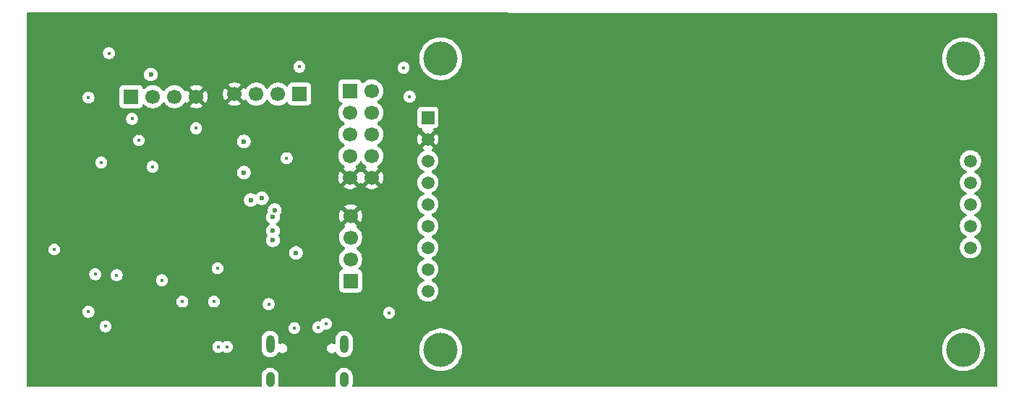
<source format=gbr>
%TF.GenerationSoftware,KiCad,Pcbnew,9.0.4*%
%TF.CreationDate,2025-11-14T09:23:00+05:30*%
%TF.ProjectId,stm32f446re,73746d33-3266-4343-9436-72652e6b6963,rev?*%
%TF.SameCoordinates,Original*%
%TF.FileFunction,Copper,L2,Inr*%
%TF.FilePolarity,Positive*%
%FSLAX46Y46*%
G04 Gerber Fmt 4.6, Leading zero omitted, Abs format (unit mm)*
G04 Created by KiCad (PCBNEW 9.0.4) date 2025-11-14 09:23:00*
%MOMM*%
%LPD*%
G01*
G04 APERTURE LIST*
%TA.AperFunction,ComponentPad*%
%ADD10R,1.700000X1.700000*%
%TD*%
%TA.AperFunction,ComponentPad*%
%ADD11C,1.700000*%
%TD*%
%TA.AperFunction,HeatsinkPad*%
%ADD12O,1.000000X2.100000*%
%TD*%
%TA.AperFunction,HeatsinkPad*%
%ADD13O,1.000000X1.800000*%
%TD*%
%TA.AperFunction,ComponentPad*%
%ADD14C,4.000000*%
%TD*%
%TA.AperFunction,ComponentPad*%
%ADD15R,1.500000X1.500000*%
%TD*%
%TA.AperFunction,ComponentPad*%
%ADD16C,1.500000*%
%TD*%
%TA.AperFunction,ViaPad*%
%ADD17C,0.400000*%
%TD*%
%TA.AperFunction,ViaPad*%
%ADD18C,0.600000*%
%TD*%
G04 APERTURE END LIST*
D10*
%TO.N,+3.3V*%
%TO.C,J3*%
X77990000Y-54400000D03*
D11*
%TO.N,/I2C1_SDA*%
X80530000Y-54400000D03*
%TO.N,/I2C1_SCL*%
X83070000Y-54400000D03*
%TO.N,GND*%
X85610000Y-54400000D03*
%TD*%
D10*
%TO.N,+3.3V*%
%TO.C,J5*%
X103700000Y-75980000D03*
D11*
%TO.N,/USART6_TX*%
X103700000Y-73440000D03*
%TO.N,/USART6_RX*%
X103700000Y-70900000D03*
%TO.N,GND*%
X103700000Y-68360000D03*
%TD*%
D10*
%TO.N,+3.3V*%
%TO.C,J4*%
X103625000Y-53720000D03*
D11*
X106165000Y-53720000D03*
%TO.N,/SPI3_CS1*%
X103625000Y-56260000D03*
%TO.N,/SPI3_MOSI*%
X106165000Y-56260000D03*
%TO.N,unconnected-(J4-Pin_5-Pad5)*%
X103625000Y-58800000D03*
%TO.N,/SPI3_MISO*%
X106165000Y-58800000D03*
%TO.N,unconnected-(J4-Pin_7-Pad7)*%
X103625000Y-61340000D03*
%TO.N,/SPI3_CLK*%
X106165000Y-61340000D03*
%TO.N,GND*%
X103625000Y-63880000D03*
X106165000Y-63880000D03*
%TD*%
D12*
%TO.N,unconnected-(J1-SHIELD-PadS1)*%
%TO.C,J1*%
X94280000Y-83385000D03*
D13*
%TO.N,unconnected-(J1-SHIELD-PadS1)_3*%
X94280000Y-87565000D03*
D12*
%TO.N,unconnected-(J1-SHIELD-PadS1)_1*%
X102920000Y-83385000D03*
D13*
%TO.N,unconnected-(J1-SHIELD-PadS1)_2*%
X102920000Y-87565000D03*
%TD*%
D14*
%TO.N,*%
%TO.C,U5*%
X114242500Y-49950000D03*
X114242500Y-84050000D03*
X175442500Y-49950000D03*
X175442500Y-84050000D03*
D15*
%TO.N,+3.3V*%
X112742500Y-56840000D03*
D16*
%TO.N,GND*%
X112742500Y-59380000D03*
%TO.N,/SPI3_CS2*%
X112742500Y-61920000D03*
%TO.N,/LCD_RESET*%
X112742500Y-64460000D03*
%TO.N,/LCD_DC*%
X112742500Y-67000000D03*
%TO.N,/SPI3_MOSI*%
X112742500Y-69540000D03*
%TO.N,/SPI3_CLK*%
X112742500Y-72080000D03*
%TO.N,/TIM1_CH1*%
X112742500Y-74620000D03*
%TO.N,/SPI3_MISO*%
X112742500Y-77160000D03*
%TO.N,unconnected-(U5-SD_CS-Pad10)*%
X176262500Y-61920000D03*
%TO.N,unconnected-(U5-SD_MOSI-Pad11)*%
X176262500Y-64460000D03*
%TO.N,unconnected-(U5-SD_MISO-Pad12)*%
X176262500Y-67000000D03*
%TO.N,unconnected-(U5-SD_SCK-Pad13)*%
X176262500Y-69540000D03*
%TO.N,unconnected-(U5-FLASH_CD-Pad14)*%
X176262500Y-72080000D03*
%TD*%
D10*
%TO.N,+3.3V*%
%TO.C,J2*%
X97720000Y-54100000D03*
D11*
%TO.N,/SWDIO*%
X95180000Y-54100000D03*
%TO.N,/SWCLK*%
X92640000Y-54100000D03*
%TO.N,GND*%
X90100000Y-54100000D03*
%TD*%
D17*
%TO.N,GND*%
X92400000Y-81500000D03*
X78900000Y-58700000D03*
X76700000Y-59000000D03*
X81500000Y-62600000D03*
X74100000Y-65300000D03*
X95800000Y-78600000D03*
X110000000Y-81900000D03*
X81000000Y-70200000D03*
X85600000Y-50700000D03*
X85500000Y-49200000D03*
X66200000Y-76000000D03*
X67600000Y-63900000D03*
X79500000Y-75800000D03*
X80800000Y-68200000D03*
X78600000Y-87000000D03*
X99600000Y-63900000D03*
X74200000Y-64500000D03*
X75100000Y-79500000D03*
X70100000Y-86700000D03*
X87500000Y-70100000D03*
X90700000Y-77000000D03*
X95900000Y-62700000D03*
X89100000Y-72700000D03*
X99800000Y-65700000D03*
X90300000Y-83800000D03*
X109600000Y-54400000D03*
X75400000Y-50300000D03*
X72500000Y-70900000D03*
X77000000Y-67600000D03*
D18*
X90100000Y-50700000D03*
D17*
X73700000Y-67200000D03*
X102500000Y-81300000D03*
X88000000Y-63200000D03*
X69100000Y-69600000D03*
X85120000Y-75090000D03*
X78000000Y-71700000D03*
%TO.N,+3.3V*%
X109900000Y-51000000D03*
X74500000Y-62100000D03*
X81600000Y-75900000D03*
X110600000Y-54400000D03*
X73000000Y-54500000D03*
X69000000Y-72300000D03*
X84000000Y-78400000D03*
X75400000Y-49300000D03*
X108200000Y-79700000D03*
X96200000Y-61600000D03*
X78100000Y-57000000D03*
X76300000Y-75300000D03*
X73000000Y-79600000D03*
X85600000Y-58100000D03*
X78900000Y-59500000D03*
X80500000Y-62600000D03*
X75000000Y-81300000D03*
X88120000Y-74500000D03*
X97700000Y-50900000D03*
X73800000Y-75200000D03*
%TO.N,VBUS*%
X89200000Y-83700000D03*
X88200000Y-83700000D03*
%TO.N,+5V*%
X94100000Y-78700000D03*
X87700000Y-78400000D03*
X100800000Y-81000000D03*
%TO.N,Net-(F1-Pad2)*%
X99900000Y-81400000D03*
X97100000Y-81500000D03*
D18*
%TO.N,/SWDIO*%
X91200000Y-63300000D03*
%TO.N,/SWCLK*%
X91200000Y-59650000D03*
%TO.N,/I2C1_SCL*%
X80300000Y-51800000D03*
%TO.N,/SPI3_CS1*%
X93300000Y-66300000D03*
%TO.N,/USART6_RX*%
X94800000Y-67700000D03*
%TO.N,/USART6_TX*%
X94600000Y-68500000D03*
%TO.N,/TIM1_CH1*%
X97300000Y-72700000D03*
%TO.N,/LCD_DC*%
X94600000Y-71200000D03*
%TO.N,/LCD_RESET*%
X94600000Y-70100000D03*
%TO.N,/SPI3_CS2*%
X91990380Y-66500000D03*
%TD*%
%TA.AperFunction,Conductor*%
%TO.N,GND*%
G36*
X104966444Y-61993999D02*
G01*
X105005486Y-62039056D01*
X105009951Y-62047820D01*
X105134890Y-62219786D01*
X105285213Y-62370109D01*
X105457179Y-62495048D01*
X105457181Y-62495049D01*
X105457184Y-62495051D01*
X105466493Y-62499794D01*
X105517290Y-62547766D01*
X105534087Y-62615587D01*
X105511552Y-62681722D01*
X105466505Y-62720760D01*
X105457446Y-62725376D01*
X105457440Y-62725380D01*
X105403282Y-62764727D01*
X105403282Y-62764728D01*
X106035591Y-63397037D01*
X105972007Y-63414075D01*
X105857993Y-63479901D01*
X105764901Y-63572993D01*
X105699075Y-63687007D01*
X105682037Y-63750591D01*
X105049728Y-63118282D01*
X105049727Y-63118282D01*
X105010380Y-63172440D01*
X105005483Y-63182051D01*
X104957506Y-63232845D01*
X104889684Y-63249638D01*
X104823550Y-63227098D01*
X104784516Y-63182048D01*
X104779626Y-63172452D01*
X104740270Y-63118282D01*
X104740269Y-63118282D01*
X104107962Y-63750590D01*
X104090925Y-63687007D01*
X104025099Y-63572993D01*
X103932007Y-63479901D01*
X103817993Y-63414075D01*
X103754409Y-63397037D01*
X104386716Y-62764728D01*
X104332547Y-62725373D01*
X104332547Y-62725372D01*
X104323500Y-62720763D01*
X104272706Y-62672788D01*
X104255912Y-62604966D01*
X104278451Y-62538832D01*
X104323508Y-62499793D01*
X104332816Y-62495051D01*
X104419869Y-62431804D01*
X104504786Y-62370109D01*
X104504788Y-62370106D01*
X104504792Y-62370104D01*
X104655104Y-62219792D01*
X104655106Y-62219788D01*
X104655109Y-62219786D01*
X104780048Y-62047820D01*
X104780047Y-62047820D01*
X104780051Y-62047816D01*
X104784514Y-62039054D01*
X104832488Y-61988259D01*
X104900308Y-61971463D01*
X104966444Y-61993999D01*
G37*
%TD.AperFunction*%
%TA.AperFunction,Conductor*%
G36*
X179275611Y-44599954D02*
G01*
X179342630Y-44619697D01*
X179388339Y-44672541D01*
X179399500Y-44723954D01*
X179399500Y-88275500D01*
X179379815Y-88342539D01*
X179327011Y-88388294D01*
X179275500Y-88399500D01*
X104004768Y-88399500D01*
X103937729Y-88379815D01*
X103891974Y-88327011D01*
X103882030Y-88257853D01*
X103883151Y-88251309D01*
X103920499Y-88063545D01*
X103920500Y-88063543D01*
X103920500Y-87066456D01*
X103882052Y-86873170D01*
X103882051Y-86873169D01*
X103882051Y-86873165D01*
X103882049Y-86873160D01*
X103806635Y-86691092D01*
X103806628Y-86691079D01*
X103697139Y-86527218D01*
X103697136Y-86527214D01*
X103557785Y-86387863D01*
X103557781Y-86387860D01*
X103393920Y-86278371D01*
X103393907Y-86278364D01*
X103211839Y-86202950D01*
X103211829Y-86202947D01*
X103018543Y-86164500D01*
X103018541Y-86164500D01*
X102821459Y-86164500D01*
X102821457Y-86164500D01*
X102628170Y-86202947D01*
X102628160Y-86202950D01*
X102446092Y-86278364D01*
X102446079Y-86278371D01*
X102282218Y-86387860D01*
X102282214Y-86387863D01*
X102142863Y-86527214D01*
X102142860Y-86527218D01*
X102033371Y-86691079D01*
X102033364Y-86691092D01*
X101957950Y-86873160D01*
X101957947Y-86873170D01*
X101919500Y-87066456D01*
X101919500Y-88063545D01*
X101956849Y-88251309D01*
X101950622Y-88320900D01*
X101907759Y-88376078D01*
X101841869Y-88399322D01*
X101835232Y-88399500D01*
X95364768Y-88399500D01*
X95297729Y-88379815D01*
X95251974Y-88327011D01*
X95242030Y-88257853D01*
X95243151Y-88251309D01*
X95280499Y-88063545D01*
X95280500Y-88063543D01*
X95280500Y-87066456D01*
X95242052Y-86873170D01*
X95242051Y-86873169D01*
X95242051Y-86873165D01*
X95242049Y-86873160D01*
X95166635Y-86691092D01*
X95166628Y-86691079D01*
X95057139Y-86527218D01*
X95057136Y-86527214D01*
X94917785Y-86387863D01*
X94917781Y-86387860D01*
X94753920Y-86278371D01*
X94753907Y-86278364D01*
X94571839Y-86202950D01*
X94571829Y-86202947D01*
X94378543Y-86164500D01*
X94378541Y-86164500D01*
X94181459Y-86164500D01*
X94181457Y-86164500D01*
X93988170Y-86202947D01*
X93988160Y-86202950D01*
X93806092Y-86278364D01*
X93806079Y-86278371D01*
X93642218Y-86387860D01*
X93642214Y-86387863D01*
X93502863Y-86527214D01*
X93502860Y-86527218D01*
X93393371Y-86691079D01*
X93393364Y-86691092D01*
X93317950Y-86873160D01*
X93317947Y-86873170D01*
X93279500Y-87066456D01*
X93279500Y-88063545D01*
X93316849Y-88251309D01*
X93310622Y-88320900D01*
X93267759Y-88376078D01*
X93201869Y-88399322D01*
X93195232Y-88399500D01*
X65924500Y-88399500D01*
X65857461Y-88379815D01*
X65811706Y-88327011D01*
X65800500Y-88275500D01*
X65800500Y-83768995D01*
X87499499Y-83768995D01*
X87526418Y-83904322D01*
X87526421Y-83904332D01*
X87579221Y-84031804D01*
X87579228Y-84031817D01*
X87655885Y-84146541D01*
X87655888Y-84146545D01*
X87753454Y-84244111D01*
X87753458Y-84244114D01*
X87868182Y-84320771D01*
X87868195Y-84320778D01*
X87995667Y-84373578D01*
X87995672Y-84373580D01*
X87995676Y-84373580D01*
X87995677Y-84373581D01*
X88131004Y-84400500D01*
X88131007Y-84400500D01*
X88268995Y-84400500D01*
X88360041Y-84382389D01*
X88404328Y-84373580D01*
X88502924Y-84332740D01*
X88531804Y-84320778D01*
X88531804Y-84320777D01*
X88531811Y-84320775D01*
X88631109Y-84254425D01*
X88697786Y-84233548D01*
X88765166Y-84252032D01*
X88768889Y-84254425D01*
X88868189Y-84320775D01*
X88868191Y-84320776D01*
X88868195Y-84320778D01*
X88995667Y-84373578D01*
X88995672Y-84373580D01*
X88995676Y-84373580D01*
X88995677Y-84373581D01*
X89131004Y-84400500D01*
X89131007Y-84400500D01*
X89268995Y-84400500D01*
X89360041Y-84382389D01*
X89404328Y-84373580D01*
X89502924Y-84332740D01*
X89531804Y-84320778D01*
X89531804Y-84320777D01*
X89531811Y-84320775D01*
X89646542Y-84244114D01*
X89744114Y-84146542D01*
X89819618Y-84033543D01*
X93279499Y-84033543D01*
X93317947Y-84226829D01*
X93317950Y-84226839D01*
X93393364Y-84408907D01*
X93393371Y-84408920D01*
X93502860Y-84572781D01*
X93502863Y-84572785D01*
X93642214Y-84712136D01*
X93642218Y-84712139D01*
X93806079Y-84821628D01*
X93806092Y-84821635D01*
X93988160Y-84897049D01*
X93988165Y-84897051D01*
X93988169Y-84897051D01*
X93988170Y-84897052D01*
X94181456Y-84935500D01*
X94181459Y-84935500D01*
X94378543Y-84935500D01*
X94508582Y-84909632D01*
X94571835Y-84897051D01*
X94753914Y-84821632D01*
X94917782Y-84712139D01*
X95057139Y-84572782D01*
X95166632Y-84408914D01*
X95170540Y-84399478D01*
X95214376Y-84345074D01*
X95280669Y-84323004D01*
X95348369Y-84340279D01*
X95353028Y-84343432D01*
X95356633Y-84345513D01*
X95356635Y-84345515D01*
X95487865Y-84421281D01*
X95634234Y-84460500D01*
X95634236Y-84460500D01*
X95785764Y-84460500D01*
X95785766Y-84460500D01*
X95932135Y-84421281D01*
X96063365Y-84345515D01*
X96170515Y-84238365D01*
X96246281Y-84107135D01*
X96285500Y-83960766D01*
X96285500Y-83809234D01*
X100914500Y-83809234D01*
X100914500Y-83960765D01*
X100953719Y-84107136D01*
X100976470Y-84146541D01*
X101029485Y-84238365D01*
X101136635Y-84345515D01*
X101267865Y-84421281D01*
X101414234Y-84460500D01*
X101414236Y-84460500D01*
X101565764Y-84460500D01*
X101565766Y-84460500D01*
X101712135Y-84421281D01*
X101843365Y-84345515D01*
X101843366Y-84345513D01*
X101850403Y-84341451D01*
X101851749Y-84343783D01*
X101904553Y-84323357D01*
X101973001Y-84337381D01*
X102023001Y-84386185D01*
X102029458Y-84399474D01*
X102033367Y-84408913D01*
X102033371Y-84408920D01*
X102142860Y-84572781D01*
X102142863Y-84572785D01*
X102282214Y-84712136D01*
X102282218Y-84712139D01*
X102446079Y-84821628D01*
X102446092Y-84821635D01*
X102628160Y-84897049D01*
X102628165Y-84897051D01*
X102628169Y-84897051D01*
X102628170Y-84897052D01*
X102821456Y-84935500D01*
X102821459Y-84935500D01*
X103018543Y-84935500D01*
X103148582Y-84909632D01*
X103211835Y-84897051D01*
X103393914Y-84821632D01*
X103557782Y-84712139D01*
X103697139Y-84572782D01*
X103806632Y-84408914D01*
X103882051Y-84226835D01*
X103898022Y-84146545D01*
X103920500Y-84033543D01*
X103920500Y-83909568D01*
X111742000Y-83909568D01*
X111742000Y-84190431D01*
X111773442Y-84469494D01*
X111773445Y-84469512D01*
X111835939Y-84743317D01*
X111835943Y-84743329D01*
X111928700Y-85008411D01*
X112050553Y-85261442D01*
X112050555Y-85261445D01*
X112199977Y-85499248D01*
X112375084Y-85718825D01*
X112573675Y-85917416D01*
X112793252Y-86092523D01*
X113031055Y-86241945D01*
X113284092Y-86363801D01*
X113483180Y-86433465D01*
X113549170Y-86456556D01*
X113549182Y-86456560D01*
X113822991Y-86519055D01*
X113822997Y-86519055D01*
X113823005Y-86519057D01*
X114009047Y-86540018D01*
X114102069Y-86550499D01*
X114102072Y-86550500D01*
X114102075Y-86550500D01*
X114382928Y-86550500D01*
X114382929Y-86550499D01*
X114525555Y-86534429D01*
X114661994Y-86519057D01*
X114661999Y-86519056D01*
X114662009Y-86519055D01*
X114935818Y-86456560D01*
X115200908Y-86363801D01*
X115453945Y-86241945D01*
X115691748Y-86092523D01*
X115911325Y-85917416D01*
X116109916Y-85718825D01*
X116285023Y-85499248D01*
X116434445Y-85261445D01*
X116556301Y-85008408D01*
X116649060Y-84743318D01*
X116711555Y-84469509D01*
X116718383Y-84408914D01*
X116735789Y-84254426D01*
X116743000Y-84190425D01*
X116743000Y-83909575D01*
X116742999Y-83909568D01*
X172942000Y-83909568D01*
X172942000Y-84190431D01*
X172973442Y-84469494D01*
X172973445Y-84469512D01*
X173035939Y-84743317D01*
X173035943Y-84743329D01*
X173128700Y-85008411D01*
X173250553Y-85261442D01*
X173250555Y-85261445D01*
X173399977Y-85499248D01*
X173575084Y-85718825D01*
X173773675Y-85917416D01*
X173993252Y-86092523D01*
X174231055Y-86241945D01*
X174484092Y-86363801D01*
X174683180Y-86433465D01*
X174749170Y-86456556D01*
X174749182Y-86456560D01*
X175022991Y-86519055D01*
X175022997Y-86519055D01*
X175023005Y-86519057D01*
X175209047Y-86540018D01*
X175302069Y-86550499D01*
X175302072Y-86550500D01*
X175302075Y-86550500D01*
X175582928Y-86550500D01*
X175582929Y-86550499D01*
X175725555Y-86534429D01*
X175861994Y-86519057D01*
X175861999Y-86519056D01*
X175862009Y-86519055D01*
X176135818Y-86456560D01*
X176400908Y-86363801D01*
X176653945Y-86241945D01*
X176891748Y-86092523D01*
X177111325Y-85917416D01*
X177309916Y-85718825D01*
X177485023Y-85499248D01*
X177634445Y-85261445D01*
X177756301Y-85008408D01*
X177849060Y-84743318D01*
X177911555Y-84469509D01*
X177918383Y-84408914D01*
X177935789Y-84254426D01*
X177943000Y-84190425D01*
X177943000Y-83909575D01*
X177915203Y-83662865D01*
X177911557Y-83630505D01*
X177911554Y-83630487D01*
X177880783Y-83495672D01*
X177849060Y-83356682D01*
X177756301Y-83091592D01*
X177634445Y-82838555D01*
X177485023Y-82600752D01*
X177309916Y-82381175D01*
X177111325Y-82182584D01*
X177100034Y-82173580D01*
X177008395Y-82100500D01*
X176891748Y-82007477D01*
X176677649Y-81872949D01*
X176653942Y-81858053D01*
X176400911Y-81736200D01*
X176135829Y-81643443D01*
X176135817Y-81643439D01*
X175862012Y-81580945D01*
X175861994Y-81580942D01*
X175582931Y-81549500D01*
X175582925Y-81549500D01*
X175302075Y-81549500D01*
X175302068Y-81549500D01*
X175023005Y-81580942D01*
X175022987Y-81580945D01*
X174749182Y-81643439D01*
X174749170Y-81643443D01*
X174484088Y-81736200D01*
X174231057Y-81858053D01*
X173993253Y-82007476D01*
X173773675Y-82182583D01*
X173575083Y-82381175D01*
X173399976Y-82600753D01*
X173250553Y-82838557D01*
X173128700Y-83091588D01*
X173035943Y-83356670D01*
X173035939Y-83356682D01*
X172973445Y-83630487D01*
X172973442Y-83630505D01*
X172942000Y-83909568D01*
X116742999Y-83909568D01*
X116715203Y-83662865D01*
X116711557Y-83630505D01*
X116711554Y-83630487D01*
X116680783Y-83495672D01*
X116649060Y-83356682D01*
X116556301Y-83091592D01*
X116434445Y-82838555D01*
X116285023Y-82600752D01*
X116109916Y-82381175D01*
X115911325Y-82182584D01*
X115900034Y-82173580D01*
X115808395Y-82100500D01*
X115691748Y-82007477D01*
X115477649Y-81872949D01*
X115453942Y-81858053D01*
X115200911Y-81736200D01*
X114935829Y-81643443D01*
X114935817Y-81643439D01*
X114662012Y-81580945D01*
X114661994Y-81580942D01*
X114382931Y-81549500D01*
X114382925Y-81549500D01*
X114102075Y-81549500D01*
X114102068Y-81549500D01*
X113823005Y-81580942D01*
X113822987Y-81580945D01*
X113549182Y-81643439D01*
X113549170Y-81643443D01*
X113284088Y-81736200D01*
X113031057Y-81858053D01*
X112793253Y-82007476D01*
X112573675Y-82182583D01*
X112375083Y-82381175D01*
X112199976Y-82600753D01*
X112050553Y-82838557D01*
X111928700Y-83091588D01*
X111835943Y-83356670D01*
X111835939Y-83356682D01*
X111773445Y-83630487D01*
X111773442Y-83630505D01*
X111742000Y-83909568D01*
X103920500Y-83909568D01*
X103920500Y-82736456D01*
X103882052Y-82543170D01*
X103882051Y-82543169D01*
X103882051Y-82543165D01*
X103882049Y-82543160D01*
X103806635Y-82361092D01*
X103806628Y-82361079D01*
X103697139Y-82197218D01*
X103697136Y-82197214D01*
X103557785Y-82057863D01*
X103557781Y-82057860D01*
X103393920Y-81948371D01*
X103393907Y-81948364D01*
X103211839Y-81872950D01*
X103211829Y-81872947D01*
X103018543Y-81834500D01*
X103018541Y-81834500D01*
X102821459Y-81834500D01*
X102821457Y-81834500D01*
X102628170Y-81872947D01*
X102628160Y-81872950D01*
X102446092Y-81948364D01*
X102446079Y-81948371D01*
X102282218Y-82057860D01*
X102282214Y-82057863D01*
X102142863Y-82197214D01*
X102142860Y-82197218D01*
X102033371Y-82361079D01*
X102033364Y-82361092D01*
X101957950Y-82543160D01*
X101957947Y-82543170D01*
X101919500Y-82736456D01*
X101919500Y-83253666D01*
X101899815Y-83320705D01*
X101847011Y-83366460D01*
X101777853Y-83376404D01*
X101733501Y-83361054D01*
X101712137Y-83348719D01*
X101607584Y-83320705D01*
X101565766Y-83309500D01*
X101414234Y-83309500D01*
X101267863Y-83348719D01*
X101136635Y-83424485D01*
X101136632Y-83424487D01*
X101029487Y-83531632D01*
X101029485Y-83531635D01*
X100953719Y-83662863D01*
X100914500Y-83809234D01*
X96285500Y-83809234D01*
X96246281Y-83662865D01*
X96170515Y-83531635D01*
X96063365Y-83424485D01*
X95980087Y-83376404D01*
X95932136Y-83348719D01*
X95827584Y-83320705D01*
X95785766Y-83309500D01*
X95634234Y-83309500D01*
X95487862Y-83348719D01*
X95466499Y-83361054D01*
X95398598Y-83377525D01*
X95332572Y-83354673D01*
X95289382Y-83299751D01*
X95280500Y-83253666D01*
X95280500Y-82736456D01*
X95242052Y-82543170D01*
X95242051Y-82543169D01*
X95242051Y-82543165D01*
X95242049Y-82543160D01*
X95166635Y-82361092D01*
X95166628Y-82361079D01*
X95057139Y-82197218D01*
X95057136Y-82197214D01*
X94917785Y-82057863D01*
X94917781Y-82057860D01*
X94753920Y-81948371D01*
X94753907Y-81948364D01*
X94571839Y-81872950D01*
X94571829Y-81872947D01*
X94378543Y-81834500D01*
X94378541Y-81834500D01*
X94181459Y-81834500D01*
X94181457Y-81834500D01*
X93988170Y-81872947D01*
X93988160Y-81872950D01*
X93806092Y-81948364D01*
X93806079Y-81948371D01*
X93642218Y-82057860D01*
X93642214Y-82057863D01*
X93502863Y-82197214D01*
X93502860Y-82197218D01*
X93393371Y-82361079D01*
X93393364Y-82361092D01*
X93317950Y-82543160D01*
X93317947Y-82543170D01*
X93279500Y-82736456D01*
X93279500Y-82736459D01*
X93279500Y-84033541D01*
X93279500Y-84033543D01*
X93279499Y-84033543D01*
X89819618Y-84033543D01*
X89820775Y-84031811D01*
X89873580Y-83904328D01*
X89900500Y-83768993D01*
X89900500Y-83631007D01*
X89900500Y-83631004D01*
X89873581Y-83495677D01*
X89873580Y-83495676D01*
X89873580Y-83495672D01*
X89873578Y-83495667D01*
X89820778Y-83368195D01*
X89820771Y-83368182D01*
X89744114Y-83253458D01*
X89744111Y-83253454D01*
X89646545Y-83155888D01*
X89646541Y-83155885D01*
X89531817Y-83079228D01*
X89531804Y-83079221D01*
X89404332Y-83026421D01*
X89404322Y-83026418D01*
X89268995Y-82999500D01*
X89268993Y-82999500D01*
X89131007Y-82999500D01*
X89131005Y-82999500D01*
X88995677Y-83026418D01*
X88995667Y-83026421D01*
X88868195Y-83079221D01*
X88868182Y-83079228D01*
X88768891Y-83145573D01*
X88702213Y-83166451D01*
X88634833Y-83147966D01*
X88631109Y-83145573D01*
X88531817Y-83079228D01*
X88531804Y-83079221D01*
X88404332Y-83026421D01*
X88404322Y-83026418D01*
X88268995Y-82999500D01*
X88268993Y-82999500D01*
X88131007Y-82999500D01*
X88131005Y-82999500D01*
X87995677Y-83026418D01*
X87995667Y-83026421D01*
X87868195Y-83079221D01*
X87868182Y-83079228D01*
X87753458Y-83155885D01*
X87753454Y-83155888D01*
X87655888Y-83253454D01*
X87655885Y-83253458D01*
X87579228Y-83368182D01*
X87579221Y-83368195D01*
X87526421Y-83495667D01*
X87526418Y-83495677D01*
X87499500Y-83631004D01*
X87499500Y-83631007D01*
X87499500Y-83768993D01*
X87499500Y-83768995D01*
X87499499Y-83768995D01*
X65800500Y-83768995D01*
X65800500Y-81368995D01*
X74299499Y-81368995D01*
X74326418Y-81504322D01*
X74326421Y-81504332D01*
X74379221Y-81631804D01*
X74379228Y-81631817D01*
X74455885Y-81746541D01*
X74455888Y-81746545D01*
X74553454Y-81844111D01*
X74553458Y-81844114D01*
X74668182Y-81920771D01*
X74668195Y-81920778D01*
X74795667Y-81973578D01*
X74795672Y-81973580D01*
X74795676Y-81973580D01*
X74795677Y-81973581D01*
X74931004Y-82000500D01*
X74931007Y-82000500D01*
X75068995Y-82000500D01*
X75160041Y-81982389D01*
X75204328Y-81973580D01*
X75331811Y-81920775D01*
X75446542Y-81844114D01*
X75544114Y-81746542D01*
X75620775Y-81631811D01*
X75646794Y-81568995D01*
X96399499Y-81568995D01*
X96426418Y-81704322D01*
X96426421Y-81704332D01*
X96479221Y-81831804D01*
X96479228Y-81831817D01*
X96555885Y-81946541D01*
X96555888Y-81946545D01*
X96653454Y-82044111D01*
X96653458Y-82044114D01*
X96768182Y-82120771D01*
X96768195Y-82120778D01*
X96895667Y-82173578D01*
X96895672Y-82173580D01*
X96895676Y-82173580D01*
X96895677Y-82173581D01*
X97031004Y-82200500D01*
X97031007Y-82200500D01*
X97168995Y-82200500D01*
X97260041Y-82182389D01*
X97304328Y-82173580D01*
X97431811Y-82120775D01*
X97546542Y-82044114D01*
X97644114Y-81946542D01*
X97720775Y-81831811D01*
X97773580Y-81704328D01*
X97785691Y-81643443D01*
X97800500Y-81568995D01*
X97800500Y-81468995D01*
X99199499Y-81468995D01*
X99226418Y-81604322D01*
X99226421Y-81604332D01*
X99279221Y-81731804D01*
X99279228Y-81731817D01*
X99355885Y-81846541D01*
X99355888Y-81846545D01*
X99453454Y-81944111D01*
X99453458Y-81944114D01*
X99568182Y-82020771D01*
X99568195Y-82020778D01*
X99695667Y-82073578D01*
X99695672Y-82073580D01*
X99695676Y-82073580D01*
X99695677Y-82073581D01*
X99831004Y-82100500D01*
X99831007Y-82100500D01*
X99968995Y-82100500D01*
X100060041Y-82082389D01*
X100104328Y-82073580D01*
X100231811Y-82020775D01*
X100346542Y-81944114D01*
X100444114Y-81846542D01*
X100510933Y-81746541D01*
X100517875Y-81736152D01*
X100571487Y-81691347D01*
X100640812Y-81682640D01*
X100645169Y-81683426D01*
X100731004Y-81700500D01*
X100731007Y-81700500D01*
X100868995Y-81700500D01*
X100960041Y-81682389D01*
X101004328Y-81673580D01*
X101131811Y-81620775D01*
X101246542Y-81544114D01*
X101344114Y-81446542D01*
X101420775Y-81331811D01*
X101473580Y-81204328D01*
X101500500Y-81068993D01*
X101500500Y-80931007D01*
X101500500Y-80931004D01*
X101473581Y-80795677D01*
X101473580Y-80795676D01*
X101473580Y-80795672D01*
X101466769Y-80779228D01*
X101420778Y-80668195D01*
X101420771Y-80668182D01*
X101344114Y-80553458D01*
X101344111Y-80553454D01*
X101246545Y-80455888D01*
X101246541Y-80455885D01*
X101131817Y-80379228D01*
X101131804Y-80379221D01*
X101004332Y-80326421D01*
X101004322Y-80326418D01*
X100868995Y-80299500D01*
X100868993Y-80299500D01*
X100731007Y-80299500D01*
X100731005Y-80299500D01*
X100595677Y-80326418D01*
X100595667Y-80326421D01*
X100468195Y-80379221D01*
X100468182Y-80379228D01*
X100353458Y-80455885D01*
X100353454Y-80455888D01*
X100255888Y-80553454D01*
X100255885Y-80553458D01*
X100182125Y-80663848D01*
X100128513Y-80708653D01*
X100059188Y-80717360D01*
X100054831Y-80716574D01*
X99968995Y-80699500D01*
X99968993Y-80699500D01*
X99831007Y-80699500D01*
X99831005Y-80699500D01*
X99695677Y-80726418D01*
X99695667Y-80726421D01*
X99568195Y-80779221D01*
X99568182Y-80779228D01*
X99453458Y-80855885D01*
X99453454Y-80855888D01*
X99355888Y-80953454D01*
X99355885Y-80953458D01*
X99279228Y-81068182D01*
X99279221Y-81068195D01*
X99226421Y-81195667D01*
X99226418Y-81195677D01*
X99199500Y-81331004D01*
X99199500Y-81331007D01*
X99199500Y-81468993D01*
X99199500Y-81468995D01*
X99199499Y-81468995D01*
X97800500Y-81468995D01*
X97800500Y-81431004D01*
X97784209Y-81349107D01*
X97784209Y-81349106D01*
X97773581Y-81295679D01*
X97773581Y-81295677D01*
X97773580Y-81295672D01*
X97735746Y-81204332D01*
X97720778Y-81168195D01*
X97720771Y-81168182D01*
X97644114Y-81053458D01*
X97644111Y-81053454D01*
X97546545Y-80955888D01*
X97546541Y-80955885D01*
X97431817Y-80879228D01*
X97431804Y-80879221D01*
X97304332Y-80826421D01*
X97304322Y-80826418D01*
X97168995Y-80799500D01*
X97168993Y-80799500D01*
X97031007Y-80799500D01*
X97031005Y-80799500D01*
X96895677Y-80826418D01*
X96895667Y-80826421D01*
X96768195Y-80879221D01*
X96768182Y-80879228D01*
X96653458Y-80955885D01*
X96653454Y-80955888D01*
X96555888Y-81053454D01*
X96555885Y-81053458D01*
X96479228Y-81168182D01*
X96479221Y-81168195D01*
X96426421Y-81295667D01*
X96426418Y-81295677D01*
X96399500Y-81431004D01*
X96399500Y-81431007D01*
X96399500Y-81568993D01*
X96399500Y-81568995D01*
X96399499Y-81568995D01*
X75646794Y-81568995D01*
X75673580Y-81504328D01*
X75685074Y-81446545D01*
X75694189Y-81400723D01*
X75694189Y-81400722D01*
X75700499Y-81368997D01*
X75700500Y-81368995D01*
X75700500Y-81231004D01*
X75673581Y-81095677D01*
X75673580Y-81095676D01*
X75673580Y-81095672D01*
X75662193Y-81068182D01*
X75620778Y-80968195D01*
X75620771Y-80968182D01*
X75544114Y-80853458D01*
X75544111Y-80853454D01*
X75446545Y-80755888D01*
X75446541Y-80755885D01*
X75331817Y-80679228D01*
X75331804Y-80679221D01*
X75204332Y-80626421D01*
X75204322Y-80626418D01*
X75068995Y-80599500D01*
X75068993Y-80599500D01*
X74931007Y-80599500D01*
X74931005Y-80599500D01*
X74795677Y-80626418D01*
X74795667Y-80626421D01*
X74668195Y-80679221D01*
X74668182Y-80679228D01*
X74553458Y-80755885D01*
X74553454Y-80755888D01*
X74455888Y-80853454D01*
X74455885Y-80853458D01*
X74379228Y-80968182D01*
X74379221Y-80968195D01*
X74326421Y-81095667D01*
X74326418Y-81095677D01*
X74299500Y-81231004D01*
X74299500Y-81231007D01*
X74299500Y-81368993D01*
X74299500Y-81368995D01*
X74299499Y-81368995D01*
X65800500Y-81368995D01*
X65800500Y-79668995D01*
X72299499Y-79668995D01*
X72326418Y-79804322D01*
X72326421Y-79804332D01*
X72379221Y-79931804D01*
X72379228Y-79931817D01*
X72455885Y-80046541D01*
X72455888Y-80046545D01*
X72553454Y-80144111D01*
X72553458Y-80144114D01*
X72668182Y-80220771D01*
X72668195Y-80220778D01*
X72795667Y-80273578D01*
X72795672Y-80273580D01*
X72795676Y-80273580D01*
X72795677Y-80273581D01*
X72931004Y-80300500D01*
X72931007Y-80300500D01*
X73068995Y-80300500D01*
X73160041Y-80282389D01*
X73204328Y-80273580D01*
X73331811Y-80220775D01*
X73446542Y-80144114D01*
X73544114Y-80046542D01*
X73620775Y-79931811D01*
X73673580Y-79804328D01*
X73680608Y-79768995D01*
X107499499Y-79768995D01*
X107526418Y-79904322D01*
X107526421Y-79904332D01*
X107579221Y-80031804D01*
X107579228Y-80031817D01*
X107655885Y-80146541D01*
X107655888Y-80146545D01*
X107753454Y-80244111D01*
X107753458Y-80244114D01*
X107868182Y-80320771D01*
X107868195Y-80320778D01*
X107995667Y-80373578D01*
X107995672Y-80373580D01*
X107995676Y-80373580D01*
X107995677Y-80373581D01*
X108131004Y-80400500D01*
X108131007Y-80400500D01*
X108268995Y-80400500D01*
X108360041Y-80382389D01*
X108404328Y-80373580D01*
X108531811Y-80320775D01*
X108646542Y-80244114D01*
X108744114Y-80146542D01*
X108820775Y-80031811D01*
X108873580Y-79904328D01*
X108893471Y-79804332D01*
X108900500Y-79768995D01*
X108900500Y-79631004D01*
X108873581Y-79495677D01*
X108873580Y-79495676D01*
X108873580Y-79495672D01*
X108832157Y-79395667D01*
X108820778Y-79368195D01*
X108820771Y-79368182D01*
X108744114Y-79253458D01*
X108744111Y-79253454D01*
X108646545Y-79155888D01*
X108646541Y-79155885D01*
X108531817Y-79079228D01*
X108531804Y-79079221D01*
X108404332Y-79026421D01*
X108404322Y-79026418D01*
X108268995Y-78999500D01*
X108268993Y-78999500D01*
X108131007Y-78999500D01*
X108131005Y-78999500D01*
X107995677Y-79026418D01*
X107995667Y-79026421D01*
X107868195Y-79079221D01*
X107868182Y-79079228D01*
X107753458Y-79155885D01*
X107753454Y-79155888D01*
X107655888Y-79253454D01*
X107655885Y-79253458D01*
X107579228Y-79368182D01*
X107579221Y-79368195D01*
X107526421Y-79495667D01*
X107526418Y-79495677D01*
X107499500Y-79631004D01*
X107499500Y-79631007D01*
X107499500Y-79768993D01*
X107499500Y-79768995D01*
X107499499Y-79768995D01*
X73680608Y-79768995D01*
X73700500Y-79668993D01*
X73700500Y-79531007D01*
X73700500Y-79531004D01*
X73673581Y-79395677D01*
X73673580Y-79395676D01*
X73673580Y-79395672D01*
X73664429Y-79373580D01*
X73620778Y-79268195D01*
X73620771Y-79268182D01*
X73544114Y-79153458D01*
X73544111Y-79153454D01*
X73446545Y-79055888D01*
X73446541Y-79055885D01*
X73331817Y-78979228D01*
X73331804Y-78979221D01*
X73204332Y-78926421D01*
X73204322Y-78926418D01*
X73068995Y-78899500D01*
X73068993Y-78899500D01*
X72931007Y-78899500D01*
X72931005Y-78899500D01*
X72795677Y-78926418D01*
X72795667Y-78926421D01*
X72668195Y-78979221D01*
X72668182Y-78979228D01*
X72553458Y-79055885D01*
X72553454Y-79055888D01*
X72455888Y-79153454D01*
X72455885Y-79153458D01*
X72379228Y-79268182D01*
X72379221Y-79268195D01*
X72326421Y-79395667D01*
X72326418Y-79395677D01*
X72299500Y-79531004D01*
X72299500Y-79531007D01*
X72299500Y-79668993D01*
X72299500Y-79668995D01*
X72299499Y-79668995D01*
X65800500Y-79668995D01*
X65800500Y-78468995D01*
X83299499Y-78468995D01*
X83326418Y-78604322D01*
X83326421Y-78604332D01*
X83379221Y-78731804D01*
X83379228Y-78731817D01*
X83455885Y-78846541D01*
X83455888Y-78846545D01*
X83553454Y-78944111D01*
X83553458Y-78944114D01*
X83668182Y-79020771D01*
X83668195Y-79020778D01*
X83795667Y-79073578D01*
X83795672Y-79073580D01*
X83795676Y-79073580D01*
X83795677Y-79073581D01*
X83931004Y-79100500D01*
X83931007Y-79100500D01*
X84068995Y-79100500D01*
X84160041Y-79082389D01*
X84204328Y-79073580D01*
X84331811Y-79020775D01*
X84446542Y-78944114D01*
X84544114Y-78846542D01*
X84620775Y-78731811D01*
X84673580Y-78604328D01*
X84700500Y-78468995D01*
X86999499Y-78468995D01*
X87026418Y-78604322D01*
X87026421Y-78604332D01*
X87079221Y-78731804D01*
X87079228Y-78731817D01*
X87155885Y-78846541D01*
X87155888Y-78846545D01*
X87253454Y-78944111D01*
X87253458Y-78944114D01*
X87368182Y-79020771D01*
X87368195Y-79020778D01*
X87495667Y-79073578D01*
X87495672Y-79073580D01*
X87495676Y-79073580D01*
X87495677Y-79073581D01*
X87631004Y-79100500D01*
X87631007Y-79100500D01*
X87768995Y-79100500D01*
X87860041Y-79082389D01*
X87904328Y-79073580D01*
X88031811Y-79020775D01*
X88146542Y-78944114D01*
X88244114Y-78846542D01*
X88295929Y-78768995D01*
X93399499Y-78768995D01*
X93426418Y-78904322D01*
X93426421Y-78904332D01*
X93479221Y-79031804D01*
X93479228Y-79031817D01*
X93555885Y-79146541D01*
X93555888Y-79146545D01*
X93653454Y-79244111D01*
X93653458Y-79244114D01*
X93768182Y-79320771D01*
X93768195Y-79320778D01*
X93882640Y-79368182D01*
X93895672Y-79373580D01*
X93895676Y-79373580D01*
X93895677Y-79373581D01*
X94031004Y-79400500D01*
X94031007Y-79400500D01*
X94168995Y-79400500D01*
X94260041Y-79382389D01*
X94304328Y-79373580D01*
X94431811Y-79320775D01*
X94546542Y-79244114D01*
X94644114Y-79146542D01*
X94720775Y-79031811D01*
X94773580Y-78904328D01*
X94800500Y-78768993D01*
X94800500Y-78631007D01*
X94800500Y-78631004D01*
X94773581Y-78495677D01*
X94773580Y-78495676D01*
X94773580Y-78495672D01*
X94725547Y-78379709D01*
X94720778Y-78368195D01*
X94720771Y-78368182D01*
X94644114Y-78253458D01*
X94644111Y-78253454D01*
X94546545Y-78155888D01*
X94546541Y-78155885D01*
X94431817Y-78079228D01*
X94431804Y-78079221D01*
X94304332Y-78026421D01*
X94304322Y-78026418D01*
X94168995Y-77999500D01*
X94168993Y-77999500D01*
X94031007Y-77999500D01*
X94031005Y-77999500D01*
X93895677Y-78026418D01*
X93895667Y-78026421D01*
X93768195Y-78079221D01*
X93768182Y-78079228D01*
X93653458Y-78155885D01*
X93653454Y-78155888D01*
X93555888Y-78253454D01*
X93555885Y-78253458D01*
X93479228Y-78368182D01*
X93479221Y-78368195D01*
X93426421Y-78495667D01*
X93426418Y-78495677D01*
X93399500Y-78631004D01*
X93399500Y-78631007D01*
X93399500Y-78768993D01*
X93399500Y-78768995D01*
X93399499Y-78768995D01*
X88295929Y-78768995D01*
X88320775Y-78731811D01*
X88373580Y-78604328D01*
X88400500Y-78468993D01*
X88400500Y-78331007D01*
X88400500Y-78331004D01*
X88373581Y-78195677D01*
X88373580Y-78195676D01*
X88373580Y-78195672D01*
X88357100Y-78155885D01*
X88320778Y-78068195D01*
X88320771Y-78068182D01*
X88244114Y-77953458D01*
X88244111Y-77953454D01*
X88146545Y-77855888D01*
X88146541Y-77855885D01*
X88031817Y-77779228D01*
X88031804Y-77779221D01*
X87904332Y-77726421D01*
X87904322Y-77726418D01*
X87768995Y-77699500D01*
X87768993Y-77699500D01*
X87631007Y-77699500D01*
X87631005Y-77699500D01*
X87495677Y-77726418D01*
X87495667Y-77726421D01*
X87368195Y-77779221D01*
X87368182Y-77779228D01*
X87253458Y-77855885D01*
X87253454Y-77855888D01*
X87155888Y-77953454D01*
X87155885Y-77953458D01*
X87079228Y-78068182D01*
X87079221Y-78068195D01*
X87026421Y-78195667D01*
X87026418Y-78195677D01*
X86999500Y-78331004D01*
X86999500Y-78331007D01*
X86999500Y-78468993D01*
X86999500Y-78468995D01*
X86999499Y-78468995D01*
X84700500Y-78468995D01*
X84700500Y-78468993D01*
X84700500Y-78331007D01*
X84700500Y-78331004D01*
X84673581Y-78195677D01*
X84673580Y-78195676D01*
X84673580Y-78195672D01*
X84657100Y-78155885D01*
X84620778Y-78068195D01*
X84620771Y-78068182D01*
X84544114Y-77953458D01*
X84544111Y-77953454D01*
X84446545Y-77855888D01*
X84446541Y-77855885D01*
X84331817Y-77779228D01*
X84331804Y-77779221D01*
X84204332Y-77726421D01*
X84204322Y-77726418D01*
X84068995Y-77699500D01*
X84068993Y-77699500D01*
X83931007Y-77699500D01*
X83931005Y-77699500D01*
X83795677Y-77726418D01*
X83795667Y-77726421D01*
X83668195Y-77779221D01*
X83668182Y-77779228D01*
X83553458Y-77855885D01*
X83553454Y-77855888D01*
X83455888Y-77953454D01*
X83455885Y-77953458D01*
X83379228Y-78068182D01*
X83379221Y-78068195D01*
X83326421Y-78195667D01*
X83326418Y-78195677D01*
X83299500Y-78331004D01*
X83299500Y-78331007D01*
X83299500Y-78468993D01*
X83299500Y-78468995D01*
X83299499Y-78468995D01*
X65800500Y-78468995D01*
X65800500Y-75268995D01*
X73099499Y-75268995D01*
X73126418Y-75404322D01*
X73126421Y-75404332D01*
X73179221Y-75531804D01*
X73179228Y-75531817D01*
X73255885Y-75646541D01*
X73255888Y-75646545D01*
X73353454Y-75744111D01*
X73353458Y-75744114D01*
X73468182Y-75820771D01*
X73468195Y-75820778D01*
X73588236Y-75870500D01*
X73595672Y-75873580D01*
X73595676Y-75873580D01*
X73595677Y-75873581D01*
X73731004Y-75900500D01*
X73731007Y-75900500D01*
X73868995Y-75900500D01*
X73960041Y-75882389D01*
X74004328Y-75873580D01*
X74131811Y-75820775D01*
X74246542Y-75744114D01*
X74344114Y-75646542D01*
X74420775Y-75531811D01*
X74473580Y-75404328D01*
X74480608Y-75368995D01*
X75599499Y-75368995D01*
X75626418Y-75504322D01*
X75626421Y-75504332D01*
X75679221Y-75631804D01*
X75679228Y-75631817D01*
X75755885Y-75746541D01*
X75755888Y-75746545D01*
X75853454Y-75844111D01*
X75853458Y-75844114D01*
X75968182Y-75920771D01*
X75968195Y-75920778D01*
X76066375Y-75961445D01*
X76095672Y-75973580D01*
X76095676Y-75973580D01*
X76095677Y-75973581D01*
X76231004Y-76000500D01*
X76231007Y-76000500D01*
X76368995Y-76000500D01*
X76460041Y-75982389D01*
X76504328Y-75973580D01*
X76515397Y-75968995D01*
X80899499Y-75968995D01*
X80926418Y-76104322D01*
X80926421Y-76104332D01*
X80979221Y-76231804D01*
X80979228Y-76231817D01*
X81055885Y-76346541D01*
X81055888Y-76346545D01*
X81153454Y-76444111D01*
X81153458Y-76444114D01*
X81268182Y-76520771D01*
X81268195Y-76520778D01*
X81395667Y-76573578D01*
X81395672Y-76573580D01*
X81395676Y-76573580D01*
X81395677Y-76573581D01*
X81531004Y-76600500D01*
X81531007Y-76600500D01*
X81668995Y-76600500D01*
X81760041Y-76582389D01*
X81804328Y-76573580D01*
X81931811Y-76520775D01*
X82046542Y-76444114D01*
X82144114Y-76346542D01*
X82220775Y-76231811D01*
X82273580Y-76104328D01*
X82282389Y-76060041D01*
X82300500Y-75968995D01*
X82300500Y-75831004D01*
X82273581Y-75695677D01*
X82273580Y-75695676D01*
X82273580Y-75695672D01*
X82271034Y-75689525D01*
X82220778Y-75568195D01*
X82220771Y-75568182D01*
X82144114Y-75453458D01*
X82144111Y-75453454D01*
X82046545Y-75355888D01*
X82046541Y-75355885D01*
X81931817Y-75279228D01*
X81931804Y-75279221D01*
X81804332Y-75226421D01*
X81804322Y-75226418D01*
X81668995Y-75199500D01*
X81668993Y-75199500D01*
X81531007Y-75199500D01*
X81531005Y-75199500D01*
X81395677Y-75226418D01*
X81395667Y-75226421D01*
X81268195Y-75279221D01*
X81268182Y-75279228D01*
X81153458Y-75355885D01*
X81153454Y-75355888D01*
X81055888Y-75453454D01*
X81055885Y-75453458D01*
X80979228Y-75568182D01*
X80979221Y-75568195D01*
X80926421Y-75695667D01*
X80926418Y-75695677D01*
X80899500Y-75831004D01*
X80899500Y-75831007D01*
X80899500Y-75968993D01*
X80899500Y-75968995D01*
X80899499Y-75968995D01*
X76515397Y-75968995D01*
X76631811Y-75920775D01*
X76746542Y-75844114D01*
X76844114Y-75746542D01*
X76920775Y-75631811D01*
X76973580Y-75504328D01*
X76993471Y-75404332D01*
X77000500Y-75368995D01*
X77000500Y-75231004D01*
X76973581Y-75095677D01*
X76973580Y-75095676D01*
X76973580Y-75095672D01*
X76967970Y-75082128D01*
X76920778Y-74968195D01*
X76920771Y-74968182D01*
X76844114Y-74853458D01*
X76844111Y-74853454D01*
X76746545Y-74755888D01*
X76746541Y-74755885D01*
X76631817Y-74679228D01*
X76631804Y-74679221D01*
X76504332Y-74626421D01*
X76504322Y-74626418D01*
X76368995Y-74599500D01*
X76368993Y-74599500D01*
X76231007Y-74599500D01*
X76231005Y-74599500D01*
X76095677Y-74626418D01*
X76095667Y-74626421D01*
X75968195Y-74679221D01*
X75968182Y-74679228D01*
X75853458Y-74755885D01*
X75853454Y-74755888D01*
X75755888Y-74853454D01*
X75755885Y-74853458D01*
X75679228Y-74968182D01*
X75679221Y-74968195D01*
X75626421Y-75095667D01*
X75626418Y-75095677D01*
X75599500Y-75231004D01*
X75599500Y-75231007D01*
X75599500Y-75368993D01*
X75599500Y-75368995D01*
X75599499Y-75368995D01*
X74480608Y-75368995D01*
X74500500Y-75268993D01*
X74500500Y-75131007D01*
X74500500Y-75131004D01*
X74473581Y-74995677D01*
X74473580Y-74995676D01*
X74473580Y-74995672D01*
X74453230Y-74946542D01*
X74420778Y-74868195D01*
X74420771Y-74868182D01*
X74344114Y-74753458D01*
X74344111Y-74753454D01*
X74246545Y-74655888D01*
X74246541Y-74655885D01*
X74131817Y-74579228D01*
X74131804Y-74579221D01*
X74107116Y-74568995D01*
X87419499Y-74568995D01*
X87446418Y-74704322D01*
X87446421Y-74704332D01*
X87499221Y-74831804D01*
X87499228Y-74831817D01*
X87575885Y-74946541D01*
X87575888Y-74946545D01*
X87673454Y-75044111D01*
X87673458Y-75044114D01*
X87788182Y-75120771D01*
X87788195Y-75120778D01*
X87915667Y-75173578D01*
X87915672Y-75173580D01*
X87915676Y-75173580D01*
X87915677Y-75173581D01*
X88051004Y-75200500D01*
X88051007Y-75200500D01*
X88188995Y-75200500D01*
X88280041Y-75182389D01*
X88324328Y-75173580D01*
X88451811Y-75120775D01*
X88566542Y-75044114D01*
X88664114Y-74946542D01*
X88740775Y-74831811D01*
X88793580Y-74704328D01*
X88806935Y-74637189D01*
X88820500Y-74568995D01*
X88820500Y-74431004D01*
X88793581Y-74295677D01*
X88793580Y-74295676D01*
X88793580Y-74295672D01*
X88793578Y-74295667D01*
X88740778Y-74168195D01*
X88740771Y-74168182D01*
X88664114Y-74053458D01*
X88664111Y-74053454D01*
X88566545Y-73955888D01*
X88566541Y-73955885D01*
X88451817Y-73879228D01*
X88451804Y-73879221D01*
X88324332Y-73826421D01*
X88324322Y-73826418D01*
X88188995Y-73799500D01*
X88188993Y-73799500D01*
X88051007Y-73799500D01*
X88051005Y-73799500D01*
X87915677Y-73826418D01*
X87915667Y-73826421D01*
X87788195Y-73879221D01*
X87788182Y-73879228D01*
X87673458Y-73955885D01*
X87673454Y-73955888D01*
X87575888Y-74053454D01*
X87575885Y-74053458D01*
X87499228Y-74168182D01*
X87499221Y-74168195D01*
X87446421Y-74295667D01*
X87446418Y-74295677D01*
X87419500Y-74431004D01*
X87419500Y-74431007D01*
X87419500Y-74568993D01*
X87419500Y-74568995D01*
X87419499Y-74568995D01*
X74107116Y-74568995D01*
X74035849Y-74539476D01*
X74004332Y-74526421D01*
X74004322Y-74526418D01*
X73868995Y-74499500D01*
X73868993Y-74499500D01*
X73731007Y-74499500D01*
X73731005Y-74499500D01*
X73595677Y-74526418D01*
X73595667Y-74526421D01*
X73468195Y-74579221D01*
X73468182Y-74579228D01*
X73353458Y-74655885D01*
X73353454Y-74655888D01*
X73255888Y-74753454D01*
X73255885Y-74753458D01*
X73179228Y-74868182D01*
X73179221Y-74868195D01*
X73126421Y-74995667D01*
X73126418Y-74995677D01*
X73099500Y-75131004D01*
X73099500Y-75131007D01*
X73099500Y-75268993D01*
X73099500Y-75268995D01*
X73099499Y-75268995D01*
X65800500Y-75268995D01*
X65800500Y-72368995D01*
X68299499Y-72368995D01*
X68326418Y-72504322D01*
X68326421Y-72504332D01*
X68379221Y-72631804D01*
X68379228Y-72631817D01*
X68455885Y-72746541D01*
X68455888Y-72746545D01*
X68553454Y-72844111D01*
X68553458Y-72844114D01*
X68668182Y-72920771D01*
X68668195Y-72920778D01*
X68795667Y-72973578D01*
X68795672Y-72973580D01*
X68795676Y-72973580D01*
X68795677Y-72973581D01*
X68931004Y-73000500D01*
X68931007Y-73000500D01*
X69068995Y-73000500D01*
X69160041Y-72982389D01*
X69204328Y-72973580D01*
X69329848Y-72921588D01*
X69331804Y-72920778D01*
X69331804Y-72920777D01*
X69331811Y-72920775D01*
X69446542Y-72844114D01*
X69544114Y-72746542D01*
X69620775Y-72631811D01*
X69625190Y-72621153D01*
X96499500Y-72621153D01*
X96499500Y-72778846D01*
X96530261Y-72933489D01*
X96530264Y-72933501D01*
X96590602Y-73079172D01*
X96590609Y-73079185D01*
X96678210Y-73210288D01*
X96678213Y-73210292D01*
X96789707Y-73321786D01*
X96789711Y-73321789D01*
X96920814Y-73409390D01*
X96920827Y-73409397D01*
X97045690Y-73461116D01*
X97066503Y-73469737D01*
X97221153Y-73500499D01*
X97221156Y-73500500D01*
X97221158Y-73500500D01*
X97378844Y-73500500D01*
X97378845Y-73500499D01*
X97533497Y-73469737D01*
X97679179Y-73409394D01*
X97810289Y-73321789D01*
X97921789Y-73210289D01*
X98009394Y-73079179D01*
X98069737Y-72933497D01*
X98100500Y-72778842D01*
X98100500Y-72621158D01*
X98100500Y-72621155D01*
X98100499Y-72621153D01*
X98088376Y-72560208D01*
X98069737Y-72466503D01*
X98046290Y-72409896D01*
X98009397Y-72320827D01*
X98009390Y-72320814D01*
X97921789Y-72189711D01*
X97921786Y-72189707D01*
X97810292Y-72078213D01*
X97810288Y-72078210D01*
X97679185Y-71990609D01*
X97679172Y-71990602D01*
X97533501Y-71930264D01*
X97533489Y-71930261D01*
X97378845Y-71899500D01*
X97378842Y-71899500D01*
X97221158Y-71899500D01*
X97221155Y-71899500D01*
X97066510Y-71930261D01*
X97066498Y-71930264D01*
X96920827Y-71990602D01*
X96920814Y-71990609D01*
X96789711Y-72078210D01*
X96789707Y-72078213D01*
X96678213Y-72189707D01*
X96678210Y-72189711D01*
X96590609Y-72320814D01*
X96590602Y-72320827D01*
X96530264Y-72466498D01*
X96530261Y-72466510D01*
X96499500Y-72621153D01*
X69625190Y-72621153D01*
X69673580Y-72504328D01*
X69700500Y-72368993D01*
X69700500Y-72231007D01*
X69700500Y-72231004D01*
X69673581Y-72095677D01*
X69673580Y-72095676D01*
X69673580Y-72095672D01*
X69666348Y-72078213D01*
X69620778Y-71968195D01*
X69620771Y-71968182D01*
X69544114Y-71853458D01*
X69544111Y-71853454D01*
X69446545Y-71755888D01*
X69446541Y-71755885D01*
X69331817Y-71679228D01*
X69331804Y-71679221D01*
X69204332Y-71626421D01*
X69204322Y-71626418D01*
X69068995Y-71599500D01*
X69068993Y-71599500D01*
X68931007Y-71599500D01*
X68931005Y-71599500D01*
X68795677Y-71626418D01*
X68795667Y-71626421D01*
X68668195Y-71679221D01*
X68668182Y-71679228D01*
X68553458Y-71755885D01*
X68553454Y-71755888D01*
X68455888Y-71853454D01*
X68455885Y-71853458D01*
X68379228Y-71968182D01*
X68379221Y-71968195D01*
X68326421Y-72095667D01*
X68326418Y-72095677D01*
X68299500Y-72231004D01*
X68299500Y-72231007D01*
X68299500Y-72368993D01*
X68299500Y-72368995D01*
X68299499Y-72368995D01*
X65800500Y-72368995D01*
X65800500Y-68421153D01*
X93799500Y-68421153D01*
X93799500Y-68578846D01*
X93830261Y-68733489D01*
X93830264Y-68733501D01*
X93890602Y-68879172D01*
X93890609Y-68879185D01*
X93978210Y-69010288D01*
X93978213Y-69010292D01*
X94089707Y-69121786D01*
X94089711Y-69121789D01*
X94202118Y-69196898D01*
X94246923Y-69250510D01*
X94255630Y-69319835D01*
X94225475Y-69382863D01*
X94202118Y-69403102D01*
X94089711Y-69478210D01*
X94089707Y-69478213D01*
X93978213Y-69589707D01*
X93978210Y-69589711D01*
X93890609Y-69720814D01*
X93890602Y-69720827D01*
X93830264Y-69866498D01*
X93830261Y-69866510D01*
X93799500Y-70021153D01*
X93799500Y-70178846D01*
X93830261Y-70333489D01*
X93830264Y-70333501D01*
X93890602Y-70479172D01*
X93890609Y-70479185D01*
X93958713Y-70581109D01*
X93979591Y-70647787D01*
X93961107Y-70715167D01*
X93958713Y-70718891D01*
X93890609Y-70820814D01*
X93890602Y-70820827D01*
X93830264Y-70966498D01*
X93830261Y-70966510D01*
X93799500Y-71121153D01*
X93799500Y-71278846D01*
X93830261Y-71433489D01*
X93830264Y-71433501D01*
X93890602Y-71579172D01*
X93890609Y-71579185D01*
X93978210Y-71710288D01*
X93978213Y-71710292D01*
X94089707Y-71821786D01*
X94089711Y-71821789D01*
X94220814Y-71909390D01*
X94220827Y-71909397D01*
X94362749Y-71968182D01*
X94366503Y-71969737D01*
X94521153Y-72000499D01*
X94521156Y-72000500D01*
X94521158Y-72000500D01*
X94678844Y-72000500D01*
X94678845Y-72000499D01*
X94833497Y-71969737D01*
X94979179Y-71909394D01*
X95110289Y-71821789D01*
X95221789Y-71710289D01*
X95309394Y-71579179D01*
X95369737Y-71433497D01*
X95400500Y-71278842D01*
X95400500Y-71121158D01*
X95400500Y-71121155D01*
X95400499Y-71121153D01*
X95378483Y-71010474D01*
X95369737Y-70966503D01*
X95309394Y-70820821D01*
X95291281Y-70793713D01*
X102349500Y-70793713D01*
X102349500Y-71006287D01*
X102382754Y-71216243D01*
X102403094Y-71278844D01*
X102448444Y-71418414D01*
X102544951Y-71607820D01*
X102669890Y-71779786D01*
X102820213Y-71930109D01*
X102992182Y-72055050D01*
X103000946Y-72059516D01*
X103051742Y-72107491D01*
X103068536Y-72175312D01*
X103045998Y-72241447D01*
X103000946Y-72280484D01*
X102992182Y-72284949D01*
X102820213Y-72409890D01*
X102669890Y-72560213D01*
X102544951Y-72732179D01*
X102448444Y-72921585D01*
X102382753Y-73123760D01*
X102358236Y-73278555D01*
X102349500Y-73333713D01*
X102349500Y-73546287D01*
X102382754Y-73756243D01*
X102447622Y-73955886D01*
X102448444Y-73958414D01*
X102544951Y-74147820D01*
X102669890Y-74319786D01*
X102783430Y-74433326D01*
X102816915Y-74494649D01*
X102811931Y-74564341D01*
X102770059Y-74620274D01*
X102739083Y-74637189D01*
X102607669Y-74686203D01*
X102607664Y-74686206D01*
X102492455Y-74772452D01*
X102492452Y-74772455D01*
X102406206Y-74887664D01*
X102406202Y-74887671D01*
X102355908Y-75022517D01*
X102349501Y-75082116D01*
X102349501Y-75082123D01*
X102349500Y-75082135D01*
X102349500Y-76877870D01*
X102349501Y-76877876D01*
X102355908Y-76937483D01*
X102406202Y-77072328D01*
X102406206Y-77072335D01*
X102492452Y-77187544D01*
X102492455Y-77187547D01*
X102607664Y-77273793D01*
X102607671Y-77273797D01*
X102742517Y-77324091D01*
X102742516Y-77324091D01*
X102749444Y-77324835D01*
X102802127Y-77330500D01*
X104597872Y-77330499D01*
X104657483Y-77324091D01*
X104792331Y-77273796D01*
X104907546Y-77187546D01*
X104993796Y-77072331D01*
X105044091Y-76937483D01*
X105050500Y-76877873D01*
X105050499Y-75082128D01*
X105044091Y-75022517D01*
X105034080Y-74995677D01*
X104993797Y-74887671D01*
X104993793Y-74887664D01*
X104907547Y-74772455D01*
X104907544Y-74772452D01*
X104792335Y-74686206D01*
X104792328Y-74686202D01*
X104660917Y-74637189D01*
X104604983Y-74595318D01*
X104580566Y-74529853D01*
X104595418Y-74461580D01*
X104616563Y-74433332D01*
X104730104Y-74319792D01*
X104747625Y-74295677D01*
X104855048Y-74147820D01*
X104855047Y-74147820D01*
X104855051Y-74147816D01*
X104951557Y-73958412D01*
X105017246Y-73756243D01*
X105050500Y-73546287D01*
X105050500Y-73333713D01*
X105017246Y-73123757D01*
X104951557Y-72921588D01*
X104855051Y-72732184D01*
X104855049Y-72732181D01*
X104855048Y-72732179D01*
X104730109Y-72560213D01*
X104579786Y-72409890D01*
X104407820Y-72284951D01*
X104407115Y-72284591D01*
X104399054Y-72280485D01*
X104348259Y-72232512D01*
X104331463Y-72164692D01*
X104353999Y-72098556D01*
X104399054Y-72059515D01*
X104407816Y-72055051D01*
X104482901Y-72000499D01*
X104579786Y-71930109D01*
X104579788Y-71930106D01*
X104579792Y-71930104D01*
X104730104Y-71779792D01*
X104730106Y-71779788D01*
X104730109Y-71779786D01*
X104855048Y-71607820D01*
X104855047Y-71607820D01*
X104855051Y-71607816D01*
X104951557Y-71418412D01*
X105017246Y-71216243D01*
X105050500Y-71006287D01*
X105050500Y-70793713D01*
X105017246Y-70583757D01*
X104951557Y-70381588D01*
X104855051Y-70192184D01*
X104855049Y-70192181D01*
X104855048Y-70192179D01*
X104730109Y-70020213D01*
X104579786Y-69869890D01*
X104407817Y-69744949D01*
X104398504Y-69740204D01*
X104347707Y-69692230D01*
X104330912Y-69624409D01*
X104353449Y-69558274D01*
X104398507Y-69519232D01*
X104407555Y-69514622D01*
X104461716Y-69475270D01*
X104461717Y-69475270D01*
X103829408Y-68842962D01*
X103892993Y-68825925D01*
X104007007Y-68760099D01*
X104100099Y-68667007D01*
X104165925Y-68552993D01*
X104182962Y-68489408D01*
X104815270Y-69121717D01*
X104815270Y-69121716D01*
X104854622Y-69067554D01*
X104951095Y-68878217D01*
X105016757Y-68676130D01*
X105016757Y-68676127D01*
X105050000Y-68466246D01*
X105050000Y-68253753D01*
X105016757Y-68043872D01*
X105016757Y-68043869D01*
X104951095Y-67841782D01*
X104854624Y-67652449D01*
X104815270Y-67598282D01*
X104815269Y-67598282D01*
X104182962Y-68230590D01*
X104165925Y-68167007D01*
X104100099Y-68052993D01*
X104007007Y-67959901D01*
X103892993Y-67894075D01*
X103829409Y-67877037D01*
X104461716Y-67244728D01*
X104407550Y-67205375D01*
X104218217Y-67108904D01*
X104016129Y-67043242D01*
X103806246Y-67010000D01*
X103593754Y-67010000D01*
X103383872Y-67043242D01*
X103383869Y-67043242D01*
X103181782Y-67108904D01*
X102992439Y-67205380D01*
X102938282Y-67244727D01*
X102938282Y-67244728D01*
X103570591Y-67877037D01*
X103507007Y-67894075D01*
X103392993Y-67959901D01*
X103299901Y-68052993D01*
X103234075Y-68167007D01*
X103217037Y-68230591D01*
X102584728Y-67598282D01*
X102584727Y-67598282D01*
X102545380Y-67652439D01*
X102448904Y-67841782D01*
X102383242Y-68043869D01*
X102383242Y-68043872D01*
X102350000Y-68253753D01*
X102350000Y-68466246D01*
X102383242Y-68676127D01*
X102383242Y-68676130D01*
X102448904Y-68878217D01*
X102545375Y-69067550D01*
X102584728Y-69121716D01*
X103217037Y-68489408D01*
X103234075Y-68552993D01*
X103299901Y-68667007D01*
X103392993Y-68760099D01*
X103507007Y-68825925D01*
X103570590Y-68842962D01*
X102938282Y-69475269D01*
X102938282Y-69475270D01*
X102992452Y-69514626D01*
X102992451Y-69514626D01*
X103001495Y-69519234D01*
X103052292Y-69567208D01*
X103069087Y-69635029D01*
X103046550Y-69701164D01*
X103001499Y-69740202D01*
X102992182Y-69744949D01*
X102820213Y-69869890D01*
X102669890Y-70020213D01*
X102544951Y-70192179D01*
X102448444Y-70381585D01*
X102382753Y-70583760D01*
X102361922Y-70715283D01*
X102349500Y-70793713D01*
X95291281Y-70793713D01*
X95240081Y-70717087D01*
X95238964Y-70715283D01*
X95230229Y-70683579D01*
X95220408Y-70652214D01*
X95220996Y-70650069D01*
X95220405Y-70647923D01*
X95230196Y-70616531D01*
X95238892Y-70584834D01*
X95241208Y-70581229D01*
X95241210Y-70581223D01*
X95241214Y-70581219D01*
X95241248Y-70581166D01*
X95309394Y-70479179D01*
X95369737Y-70333497D01*
X95400500Y-70178842D01*
X95400500Y-70021158D01*
X95400500Y-70021155D01*
X95400499Y-70021153D01*
X95370412Y-69869896D01*
X95369737Y-69866503D01*
X95355788Y-69832826D01*
X95309397Y-69720827D01*
X95309390Y-69720814D01*
X95221789Y-69589711D01*
X95221786Y-69589707D01*
X95110292Y-69478213D01*
X95110288Y-69478210D01*
X94997881Y-69403102D01*
X94953076Y-69349490D01*
X94944369Y-69280165D01*
X94974523Y-69217137D01*
X94997881Y-69196898D01*
X95031981Y-69174112D01*
X95110289Y-69121789D01*
X95221789Y-69010289D01*
X95309394Y-68879179D01*
X95309793Y-68878217D01*
X95369735Y-68733501D01*
X95369737Y-68733497D01*
X95400500Y-68578842D01*
X95400500Y-68421158D01*
X95400500Y-68421155D01*
X95381977Y-68328037D01*
X95385019Y-68294034D01*
X95387614Y-68259975D01*
X95388139Y-68259160D01*
X95388204Y-68258445D01*
X95404671Y-68229077D01*
X95409840Y-68222237D01*
X95421789Y-68210289D01*
X95509394Y-68079179D01*
X95569737Y-67933497D01*
X95600500Y-67778842D01*
X95600500Y-67621158D01*
X95600500Y-67621155D01*
X95600499Y-67621153D01*
X95595950Y-67598282D01*
X95569737Y-67466503D01*
X95509394Y-67320821D01*
X95509390Y-67320814D01*
X95421789Y-67189711D01*
X95421786Y-67189707D01*
X95310292Y-67078213D01*
X95310288Y-67078210D01*
X95179185Y-66990609D01*
X95179172Y-66990602D01*
X95033501Y-66930264D01*
X95033489Y-66930261D01*
X94878845Y-66899500D01*
X94878842Y-66899500D01*
X94721158Y-66899500D01*
X94721155Y-66899500D01*
X94566510Y-66930261D01*
X94566498Y-66930264D01*
X94420827Y-66990602D01*
X94420814Y-66990609D01*
X94289711Y-67078210D01*
X94289707Y-67078213D01*
X94178213Y-67189707D01*
X94178210Y-67189711D01*
X94090609Y-67320814D01*
X94090602Y-67320827D01*
X94030264Y-67466498D01*
X94030261Y-67466510D01*
X93999500Y-67621153D01*
X93999500Y-67778846D01*
X94018022Y-67871963D01*
X94011795Y-67941555D01*
X93984091Y-67983831D01*
X93978208Y-67989714D01*
X93890609Y-68120814D01*
X93890602Y-68120827D01*
X93830264Y-68266498D01*
X93830261Y-68266510D01*
X93799500Y-68421153D01*
X65800500Y-68421153D01*
X65800500Y-66421153D01*
X91189880Y-66421153D01*
X91189880Y-66578846D01*
X91220641Y-66733489D01*
X91220644Y-66733501D01*
X91280982Y-66879172D01*
X91280989Y-66879185D01*
X91368590Y-67010288D01*
X91368593Y-67010292D01*
X91480087Y-67121786D01*
X91480091Y-67121789D01*
X91611194Y-67209390D01*
X91611207Y-67209397D01*
X91696505Y-67244728D01*
X91756883Y-67269737D01*
X91911533Y-67300499D01*
X91911536Y-67300500D01*
X91911538Y-67300500D01*
X92069224Y-67300500D01*
X92069225Y-67300499D01*
X92223877Y-67269737D01*
X92369559Y-67209394D01*
X92500669Y-67121789D01*
X92612169Y-67010289D01*
X92638959Y-66970193D01*
X92692568Y-66925389D01*
X92761893Y-66916680D01*
X92810952Y-66935982D01*
X92920814Y-67009390D01*
X92920827Y-67009397D01*
X93066498Y-67069735D01*
X93066503Y-67069737D01*
X93210686Y-67098417D01*
X93221153Y-67100499D01*
X93221156Y-67100500D01*
X93221158Y-67100500D01*
X93378844Y-67100500D01*
X93378845Y-67100499D01*
X93533497Y-67069737D01*
X93679179Y-67009394D01*
X93810289Y-66921789D01*
X93921789Y-66810289D01*
X94009394Y-66679179D01*
X94069737Y-66533497D01*
X94100500Y-66378842D01*
X94100500Y-66221158D01*
X94100500Y-66221155D01*
X94100499Y-66221153D01*
X94080543Y-66120827D01*
X94069737Y-66066503D01*
X94037929Y-65989711D01*
X94009397Y-65920827D01*
X94009390Y-65920814D01*
X93921789Y-65789711D01*
X93921786Y-65789707D01*
X93810292Y-65678213D01*
X93810288Y-65678210D01*
X93679185Y-65590609D01*
X93679172Y-65590602D01*
X93533501Y-65530264D01*
X93533489Y-65530261D01*
X93378845Y-65499500D01*
X93378842Y-65499500D01*
X93221158Y-65499500D01*
X93221155Y-65499500D01*
X93066510Y-65530261D01*
X93066498Y-65530264D01*
X92920827Y-65590602D01*
X92920814Y-65590609D01*
X92789711Y-65678210D01*
X92789707Y-65678213D01*
X92678213Y-65789707D01*
X92678210Y-65789711D01*
X92651420Y-65829806D01*
X92597808Y-65874611D01*
X92528483Y-65883318D01*
X92479427Y-65864017D01*
X92369565Y-65790609D01*
X92369552Y-65790602D01*
X92223881Y-65730264D01*
X92223869Y-65730261D01*
X92069225Y-65699500D01*
X92069222Y-65699500D01*
X91911538Y-65699500D01*
X91911535Y-65699500D01*
X91756890Y-65730261D01*
X91756878Y-65730264D01*
X91611207Y-65790602D01*
X91611194Y-65790609D01*
X91480091Y-65878210D01*
X91480087Y-65878213D01*
X91368593Y-65989707D01*
X91368590Y-65989711D01*
X91280989Y-66120814D01*
X91280982Y-66120827D01*
X91220644Y-66266498D01*
X91220641Y-66266510D01*
X91189880Y-66421153D01*
X65800500Y-66421153D01*
X65800500Y-62168995D01*
X73799499Y-62168995D01*
X73826418Y-62304322D01*
X73826421Y-62304332D01*
X73879221Y-62431804D01*
X73879228Y-62431817D01*
X73955885Y-62546541D01*
X73955888Y-62546545D01*
X74053454Y-62644111D01*
X74053458Y-62644114D01*
X74168182Y-62720771D01*
X74168195Y-62720778D01*
X74274299Y-62764727D01*
X74295672Y-62773580D01*
X74295676Y-62773580D01*
X74295677Y-62773581D01*
X74431004Y-62800500D01*
X74431007Y-62800500D01*
X74568995Y-62800500D01*
X74660041Y-62782389D01*
X74704328Y-62773580D01*
X74820703Y-62725376D01*
X74831804Y-62720778D01*
X74831804Y-62720777D01*
X74831811Y-62720775D01*
X74909305Y-62668995D01*
X79799499Y-62668995D01*
X79826418Y-62804322D01*
X79826421Y-62804332D01*
X79879221Y-62931804D01*
X79879228Y-62931817D01*
X79955885Y-63046541D01*
X79955888Y-63046545D01*
X80053454Y-63144111D01*
X80053458Y-63144114D01*
X80168182Y-63220771D01*
X80168195Y-63220778D01*
X80266375Y-63261445D01*
X80295672Y-63273580D01*
X80295676Y-63273580D01*
X80295677Y-63273581D01*
X80431004Y-63300500D01*
X80431007Y-63300500D01*
X80568995Y-63300500D01*
X80660041Y-63282389D01*
X80704328Y-63273580D01*
X80816546Y-63227098D01*
X80830899Y-63221153D01*
X90399500Y-63221153D01*
X90399500Y-63378846D01*
X90430261Y-63533489D01*
X90430264Y-63533501D01*
X90490602Y-63679172D01*
X90490609Y-63679185D01*
X90578210Y-63810288D01*
X90578213Y-63810292D01*
X90689707Y-63921786D01*
X90689711Y-63921789D01*
X90820814Y-64009390D01*
X90820827Y-64009397D01*
X90966498Y-64069735D01*
X90966503Y-64069737D01*
X91121153Y-64100499D01*
X91121156Y-64100500D01*
X91121158Y-64100500D01*
X91278844Y-64100500D01*
X91278845Y-64100499D01*
X91433497Y-64069737D01*
X91579179Y-64009394D01*
X91710289Y-63921789D01*
X91821789Y-63810289D01*
X91909394Y-63679179D01*
X91969737Y-63533497D01*
X92000500Y-63378842D01*
X92000500Y-63221158D01*
X92000500Y-63221155D01*
X92000499Y-63221153D01*
X91985174Y-63144111D01*
X91969737Y-63066503D01*
X91937852Y-62989525D01*
X91909397Y-62920827D01*
X91909390Y-62920814D01*
X91821789Y-62789711D01*
X91821786Y-62789707D01*
X91710292Y-62678213D01*
X91710288Y-62678210D01*
X91579185Y-62590609D01*
X91579172Y-62590602D01*
X91433501Y-62530264D01*
X91433489Y-62530261D01*
X91278845Y-62499500D01*
X91278842Y-62499500D01*
X91121158Y-62499500D01*
X91121155Y-62499500D01*
X90966510Y-62530261D01*
X90966498Y-62530264D01*
X90820827Y-62590602D01*
X90820814Y-62590609D01*
X90689711Y-62678210D01*
X90689707Y-62678213D01*
X90578213Y-62789707D01*
X90578210Y-62789711D01*
X90490609Y-62920814D01*
X90490602Y-62920827D01*
X90430264Y-63066498D01*
X90430261Y-63066510D01*
X90399500Y-63221153D01*
X80830899Y-63221153D01*
X80831804Y-63220778D01*
X80831804Y-63220777D01*
X80831811Y-63220775D01*
X80946542Y-63144114D01*
X80950947Y-63139709D01*
X80963272Y-63127385D01*
X81044111Y-63046545D01*
X81044114Y-63046542D01*
X81120775Y-62931811D01*
X81173580Y-62804328D01*
X81189285Y-62725373D01*
X81200500Y-62668995D01*
X81200500Y-62531004D01*
X81173581Y-62395677D01*
X81173580Y-62395676D01*
X81173580Y-62395672D01*
X81173578Y-62395667D01*
X81120778Y-62268195D01*
X81120771Y-62268182D01*
X81044114Y-62153458D01*
X81044111Y-62153454D01*
X80946545Y-62055888D01*
X80946541Y-62055885D01*
X80831817Y-61979228D01*
X80831804Y-61979221D01*
X80704332Y-61926421D01*
X80704322Y-61926418D01*
X80568995Y-61899500D01*
X80568993Y-61899500D01*
X80431007Y-61899500D01*
X80431005Y-61899500D01*
X80295677Y-61926418D01*
X80295667Y-61926421D01*
X80168195Y-61979221D01*
X80168182Y-61979228D01*
X80053458Y-62055885D01*
X80053454Y-62055888D01*
X79955888Y-62153454D01*
X79955885Y-62153458D01*
X79879228Y-62268182D01*
X79879221Y-62268195D01*
X79826421Y-62395667D01*
X79826418Y-62395677D01*
X79799500Y-62531004D01*
X79799500Y-62531007D01*
X79799500Y-62668993D01*
X79799500Y-62668995D01*
X79799499Y-62668995D01*
X74909305Y-62668995D01*
X74946542Y-62644114D01*
X75044114Y-62546542D01*
X75078521Y-62495048D01*
X75104597Y-62456024D01*
X75120771Y-62431817D01*
X75120771Y-62431816D01*
X75120775Y-62431811D01*
X75173580Y-62304328D01*
X75190201Y-62220771D01*
X75200500Y-62168995D01*
X75200500Y-62031004D01*
X75173581Y-61895677D01*
X75173580Y-61895676D01*
X75173580Y-61895672D01*
X75158147Y-61858414D01*
X75120778Y-61768195D01*
X75120771Y-61768182D01*
X75054496Y-61668995D01*
X95499499Y-61668995D01*
X95526418Y-61804322D01*
X95526421Y-61804332D01*
X95579221Y-61931804D01*
X95579228Y-61931817D01*
X95655885Y-62046541D01*
X95655888Y-62046545D01*
X95753454Y-62144111D01*
X95753458Y-62144114D01*
X95868182Y-62220771D01*
X95868195Y-62220778D01*
X95982640Y-62268182D01*
X95995672Y-62273580D01*
X95995676Y-62273580D01*
X95995677Y-62273581D01*
X96131004Y-62300500D01*
X96131007Y-62300500D01*
X96268995Y-62300500D01*
X96360041Y-62282389D01*
X96404328Y-62273580D01*
X96531811Y-62220775D01*
X96646542Y-62144114D01*
X96744114Y-62046542D01*
X96820775Y-61931811D01*
X96873580Y-61804328D01*
X96900500Y-61668993D01*
X96900500Y-61531007D01*
X96900500Y-61531004D01*
X96873581Y-61395677D01*
X96873580Y-61395676D01*
X96873580Y-61395672D01*
X96873578Y-61395667D01*
X96820778Y-61268195D01*
X96820771Y-61268182D01*
X96744114Y-61153458D01*
X96744111Y-61153454D01*
X96646545Y-61055888D01*
X96646541Y-61055885D01*
X96531817Y-60979228D01*
X96531804Y-60979221D01*
X96404332Y-60926421D01*
X96404322Y-60926418D01*
X96268995Y-60899500D01*
X96268993Y-60899500D01*
X96131007Y-60899500D01*
X96131005Y-60899500D01*
X95995677Y-60926418D01*
X95995667Y-60926421D01*
X95868195Y-60979221D01*
X95868182Y-60979228D01*
X95753458Y-61055885D01*
X95753454Y-61055888D01*
X95655888Y-61153454D01*
X95655885Y-61153458D01*
X95579228Y-61268182D01*
X95579221Y-61268195D01*
X95526421Y-61395667D01*
X95526418Y-61395677D01*
X95499500Y-61531004D01*
X95499500Y-61531007D01*
X95499500Y-61668993D01*
X95499500Y-61668995D01*
X95499499Y-61668995D01*
X75054496Y-61668995D01*
X75044114Y-61653458D01*
X75044111Y-61653454D01*
X74946545Y-61555888D01*
X74946541Y-61555885D01*
X74831817Y-61479228D01*
X74831804Y-61479221D01*
X74704332Y-61426421D01*
X74704322Y-61426418D01*
X74568995Y-61399500D01*
X74568993Y-61399500D01*
X74431007Y-61399500D01*
X74431005Y-61399500D01*
X74295677Y-61426418D01*
X74295667Y-61426421D01*
X74168195Y-61479221D01*
X74168182Y-61479228D01*
X74053458Y-61555885D01*
X74053454Y-61555888D01*
X73955888Y-61653454D01*
X73955885Y-61653458D01*
X73879228Y-61768182D01*
X73879221Y-61768195D01*
X73826421Y-61895667D01*
X73826418Y-61895677D01*
X73799500Y-62031004D01*
X73799500Y-62031007D01*
X73799500Y-62168993D01*
X73799500Y-62168995D01*
X73799499Y-62168995D01*
X65800500Y-62168995D01*
X65800500Y-59568995D01*
X78199499Y-59568995D01*
X78226418Y-59704322D01*
X78226421Y-59704332D01*
X78279221Y-59831804D01*
X78279228Y-59831817D01*
X78355885Y-59946541D01*
X78355888Y-59946545D01*
X78453454Y-60044111D01*
X78453458Y-60044114D01*
X78568182Y-60120771D01*
X78568195Y-60120778D01*
X78695667Y-60173578D01*
X78695672Y-60173580D01*
X78695676Y-60173580D01*
X78695677Y-60173581D01*
X78831004Y-60200500D01*
X78831007Y-60200500D01*
X78968995Y-60200500D01*
X79069619Y-60180484D01*
X79104328Y-60173580D01*
X79231811Y-60120775D01*
X79346542Y-60044114D01*
X79444114Y-59946542D01*
X79520775Y-59831811D01*
X79573580Y-59704328D01*
X79582389Y-59660041D01*
X79600071Y-59571153D01*
X90399500Y-59571153D01*
X90399500Y-59728846D01*
X90430261Y-59883489D01*
X90430264Y-59883501D01*
X90490602Y-60029172D01*
X90490609Y-60029185D01*
X90578210Y-60160288D01*
X90578213Y-60160292D01*
X90689707Y-60271786D01*
X90689711Y-60271789D01*
X90820814Y-60359390D01*
X90820827Y-60359397D01*
X90966498Y-60419735D01*
X90966503Y-60419737D01*
X91114100Y-60449096D01*
X91121153Y-60450499D01*
X91121156Y-60450500D01*
X91121158Y-60450500D01*
X91278844Y-60450500D01*
X91278845Y-60450499D01*
X91433497Y-60419737D01*
X91579179Y-60359394D01*
X91710289Y-60271789D01*
X91821789Y-60160289D01*
X91909394Y-60029179D01*
X91969737Y-59883497D01*
X92000500Y-59728842D01*
X92000500Y-59571158D01*
X92000500Y-59571155D01*
X92000499Y-59571153D01*
X91986158Y-59499056D01*
X91969737Y-59416503D01*
X91969735Y-59416498D01*
X91909397Y-59270827D01*
X91909390Y-59270814D01*
X91821789Y-59139711D01*
X91821786Y-59139707D01*
X91710292Y-59028213D01*
X91710288Y-59028210D01*
X91579185Y-58940609D01*
X91579172Y-58940602D01*
X91433501Y-58880264D01*
X91433489Y-58880261D01*
X91278845Y-58849500D01*
X91278842Y-58849500D01*
X91121158Y-58849500D01*
X91121155Y-58849500D01*
X90966510Y-58880261D01*
X90966498Y-58880264D01*
X90820827Y-58940602D01*
X90820814Y-58940609D01*
X90689711Y-59028210D01*
X90689707Y-59028213D01*
X90578213Y-59139707D01*
X90578210Y-59139711D01*
X90490609Y-59270814D01*
X90490602Y-59270827D01*
X90430264Y-59416498D01*
X90430261Y-59416510D01*
X90399500Y-59571153D01*
X79600071Y-59571153D01*
X79600500Y-59568995D01*
X79600500Y-59431004D01*
X79573581Y-59295677D01*
X79573580Y-59295676D01*
X79573580Y-59295672D01*
X79563289Y-59270827D01*
X79520778Y-59168195D01*
X79520771Y-59168182D01*
X79444114Y-59053458D01*
X79444111Y-59053454D01*
X79346545Y-58955888D01*
X79346541Y-58955885D01*
X79231817Y-58879228D01*
X79231804Y-58879221D01*
X79104332Y-58826421D01*
X79104322Y-58826418D01*
X78968995Y-58799500D01*
X78968993Y-58799500D01*
X78831007Y-58799500D01*
X78831005Y-58799500D01*
X78695677Y-58826418D01*
X78695667Y-58826421D01*
X78568195Y-58879221D01*
X78568182Y-58879228D01*
X78453458Y-58955885D01*
X78453454Y-58955888D01*
X78355888Y-59053454D01*
X78355885Y-59053458D01*
X78279228Y-59168182D01*
X78279221Y-59168195D01*
X78226421Y-59295667D01*
X78226418Y-59295677D01*
X78199500Y-59431004D01*
X78199500Y-59431007D01*
X78199500Y-59568993D01*
X78199500Y-59568995D01*
X78199499Y-59568995D01*
X65800500Y-59568995D01*
X65800500Y-58168995D01*
X84899499Y-58168995D01*
X84926418Y-58304322D01*
X84926421Y-58304332D01*
X84979221Y-58431804D01*
X84979228Y-58431817D01*
X85055885Y-58546541D01*
X85055888Y-58546545D01*
X85153454Y-58644111D01*
X85153458Y-58644114D01*
X85268182Y-58720771D01*
X85268195Y-58720778D01*
X85395667Y-58773578D01*
X85395672Y-58773580D01*
X85395676Y-58773580D01*
X85395677Y-58773581D01*
X85531004Y-58800500D01*
X85531007Y-58800500D01*
X85668995Y-58800500D01*
X85760041Y-58782389D01*
X85804328Y-58773580D01*
X85931811Y-58720775D01*
X86046542Y-58644114D01*
X86144114Y-58546542D01*
X86220775Y-58431811D01*
X86273580Y-58304328D01*
X86282499Y-58259489D01*
X86300500Y-58168995D01*
X86300500Y-58031004D01*
X86273581Y-57895677D01*
X86273580Y-57895676D01*
X86273580Y-57895672D01*
X86247345Y-57832335D01*
X86220778Y-57768195D01*
X86220771Y-57768182D01*
X86144114Y-57653458D01*
X86144111Y-57653454D01*
X86046545Y-57555888D01*
X86046541Y-57555885D01*
X85931817Y-57479228D01*
X85931804Y-57479221D01*
X85804332Y-57426421D01*
X85804322Y-57426418D01*
X85668995Y-57399500D01*
X85668993Y-57399500D01*
X85531007Y-57399500D01*
X85531005Y-57399500D01*
X85395677Y-57426418D01*
X85395667Y-57426421D01*
X85268195Y-57479221D01*
X85268182Y-57479228D01*
X85153458Y-57555885D01*
X85153454Y-57555888D01*
X85055888Y-57653454D01*
X85055885Y-57653458D01*
X84979228Y-57768182D01*
X84979221Y-57768195D01*
X84926421Y-57895667D01*
X84926418Y-57895677D01*
X84899500Y-58031004D01*
X84899500Y-58031007D01*
X84899500Y-58168993D01*
X84899500Y-58168995D01*
X84899499Y-58168995D01*
X65800500Y-58168995D01*
X65800500Y-57068995D01*
X77399499Y-57068995D01*
X77426418Y-57204322D01*
X77426421Y-57204332D01*
X77479221Y-57331804D01*
X77479228Y-57331817D01*
X77555885Y-57446541D01*
X77555888Y-57446545D01*
X77653454Y-57544111D01*
X77653458Y-57544114D01*
X77768182Y-57620771D01*
X77768195Y-57620778D01*
X77895667Y-57673578D01*
X77895672Y-57673580D01*
X77895676Y-57673580D01*
X77895677Y-57673581D01*
X78031004Y-57700500D01*
X78031007Y-57700500D01*
X78168995Y-57700500D01*
X78260041Y-57682389D01*
X78304328Y-57673580D01*
X78431811Y-57620775D01*
X78546542Y-57544114D01*
X78644114Y-57446542D01*
X78720775Y-57331811D01*
X78773580Y-57204328D01*
X78800500Y-57068993D01*
X78800500Y-56931007D01*
X78800500Y-56931004D01*
X78773581Y-56795677D01*
X78773580Y-56795676D01*
X78773580Y-56795672D01*
X78766431Y-56778412D01*
X78720778Y-56668195D01*
X78720771Y-56668182D01*
X78644114Y-56553458D01*
X78644111Y-56553454D01*
X78546545Y-56455888D01*
X78546541Y-56455885D01*
X78431817Y-56379228D01*
X78431804Y-56379221D01*
X78304332Y-56326421D01*
X78304322Y-56326418D01*
X78168995Y-56299500D01*
X78168993Y-56299500D01*
X78031007Y-56299500D01*
X78031005Y-56299500D01*
X77895677Y-56326418D01*
X77895667Y-56326421D01*
X77768195Y-56379221D01*
X77768182Y-56379228D01*
X77653458Y-56455885D01*
X77653454Y-56455888D01*
X77555888Y-56553454D01*
X77555885Y-56553458D01*
X77479228Y-56668182D01*
X77479221Y-56668195D01*
X77426421Y-56795667D01*
X77426418Y-56795677D01*
X77399500Y-56931004D01*
X77399500Y-56931007D01*
X77399500Y-57068993D01*
X77399500Y-57068995D01*
X77399499Y-57068995D01*
X65800500Y-57068995D01*
X65800500Y-54568995D01*
X72299499Y-54568995D01*
X72326418Y-54704322D01*
X72326421Y-54704332D01*
X72379221Y-54831804D01*
X72379228Y-54831817D01*
X72455885Y-54946541D01*
X72455888Y-54946545D01*
X72553454Y-55044111D01*
X72553458Y-55044114D01*
X72668182Y-55120771D01*
X72668195Y-55120778D01*
X72767032Y-55161717D01*
X72795672Y-55173580D01*
X72795676Y-55173580D01*
X72795677Y-55173581D01*
X72931004Y-55200500D01*
X72931007Y-55200500D01*
X73068995Y-55200500D01*
X73160041Y-55182389D01*
X73204328Y-55173580D01*
X73331811Y-55120775D01*
X73446542Y-55044114D01*
X73544114Y-54946542D01*
X73620775Y-54831811D01*
X73673580Y-54704328D01*
X73690709Y-54618217D01*
X73700500Y-54568995D01*
X73700500Y-54431004D01*
X73673581Y-54295677D01*
X73673580Y-54295676D01*
X73673580Y-54295672D01*
X73632157Y-54195667D01*
X73620778Y-54168195D01*
X73620771Y-54168182D01*
X73544114Y-54053458D01*
X73544111Y-54053454D01*
X73446545Y-53955888D01*
X73446541Y-53955885D01*
X73331817Y-53879228D01*
X73331804Y-53879221D01*
X73204332Y-53826421D01*
X73204322Y-53826418D01*
X73068995Y-53799500D01*
X73068993Y-53799500D01*
X72931007Y-53799500D01*
X72931005Y-53799500D01*
X72795677Y-53826418D01*
X72795667Y-53826421D01*
X72668195Y-53879221D01*
X72668182Y-53879228D01*
X72553458Y-53955885D01*
X72553454Y-53955888D01*
X72455888Y-54053454D01*
X72455885Y-54053458D01*
X72379228Y-54168182D01*
X72379221Y-54168195D01*
X72326421Y-54295667D01*
X72326418Y-54295677D01*
X72299500Y-54431004D01*
X72299500Y-54431007D01*
X72299500Y-54568993D01*
X72299500Y-54568995D01*
X72299499Y-54568995D01*
X65800500Y-54568995D01*
X65800500Y-53502135D01*
X76639500Y-53502135D01*
X76639500Y-55297870D01*
X76639501Y-55297876D01*
X76645908Y-55357483D01*
X76696202Y-55492328D01*
X76696206Y-55492335D01*
X76782452Y-55607544D01*
X76782455Y-55607547D01*
X76897664Y-55693793D01*
X76897671Y-55693797D01*
X77032517Y-55744091D01*
X77032516Y-55744091D01*
X77039444Y-55744835D01*
X77092127Y-55750500D01*
X78887872Y-55750499D01*
X78947483Y-55744091D01*
X79082331Y-55693796D01*
X79197546Y-55607546D01*
X79283796Y-55492331D01*
X79332810Y-55360916D01*
X79374681Y-55304984D01*
X79440145Y-55280566D01*
X79508418Y-55295417D01*
X79536673Y-55316569D01*
X79650213Y-55430109D01*
X79822179Y-55555048D01*
X79822181Y-55555049D01*
X79822184Y-55555051D01*
X80011588Y-55651557D01*
X80213757Y-55717246D01*
X80423713Y-55750500D01*
X80423714Y-55750500D01*
X80636286Y-55750500D01*
X80636287Y-55750500D01*
X80846243Y-55717246D01*
X81048412Y-55651557D01*
X81237816Y-55555051D01*
X81324138Y-55492335D01*
X81409786Y-55430109D01*
X81409788Y-55430106D01*
X81409792Y-55430104D01*
X81560104Y-55279792D01*
X81560106Y-55279788D01*
X81560109Y-55279786D01*
X81685048Y-55107820D01*
X81685047Y-55107820D01*
X81685051Y-55107816D01*
X81689514Y-55099054D01*
X81737488Y-55048259D01*
X81805308Y-55031463D01*
X81871444Y-55053999D01*
X81910484Y-55099054D01*
X81913352Y-55104681D01*
X81914951Y-55107820D01*
X82039890Y-55279786D01*
X82190213Y-55430109D01*
X82362179Y-55555048D01*
X82362181Y-55555049D01*
X82362184Y-55555051D01*
X82551588Y-55651557D01*
X82753757Y-55717246D01*
X82963713Y-55750500D01*
X82963714Y-55750500D01*
X83176286Y-55750500D01*
X83176287Y-55750500D01*
X83386243Y-55717246D01*
X83588412Y-55651557D01*
X83777816Y-55555051D01*
X83864138Y-55492335D01*
X83949786Y-55430109D01*
X83949788Y-55430106D01*
X83949792Y-55430104D01*
X84100104Y-55279792D01*
X84100106Y-55279788D01*
X84100109Y-55279786D01*
X84185890Y-55161717D01*
X84225051Y-55107816D01*
X84229793Y-55098508D01*
X84277763Y-55047711D01*
X84345583Y-55030911D01*
X84411719Y-55053445D01*
X84450763Y-55098500D01*
X84455373Y-55107547D01*
X84494728Y-55161716D01*
X85127037Y-54529408D01*
X85144075Y-54592993D01*
X85209901Y-54707007D01*
X85302993Y-54800099D01*
X85417007Y-54865925D01*
X85480590Y-54882962D01*
X84848282Y-55515269D01*
X84848282Y-55515270D01*
X84902449Y-55554624D01*
X85091782Y-55651095D01*
X85293870Y-55716757D01*
X85503754Y-55750000D01*
X85716246Y-55750000D01*
X85926127Y-55716757D01*
X85926130Y-55716757D01*
X86128217Y-55651095D01*
X86317554Y-55554622D01*
X86371716Y-55515270D01*
X86371717Y-55515270D01*
X85739408Y-54882962D01*
X85802993Y-54865925D01*
X85917007Y-54800099D01*
X86010099Y-54707007D01*
X86075925Y-54592993D01*
X86092962Y-54529409D01*
X86725270Y-55161717D01*
X86725270Y-55161716D01*
X86764622Y-55107555D01*
X86861095Y-54918217D01*
X86926757Y-54716130D01*
X86926757Y-54716127D01*
X86960000Y-54506246D01*
X86960000Y-54293753D01*
X86926757Y-54083872D01*
X86926757Y-54083869D01*
X86908344Y-54027199D01*
X86897477Y-53993753D01*
X88750000Y-53993753D01*
X88750000Y-54206246D01*
X88783242Y-54416127D01*
X88783242Y-54416130D01*
X88848904Y-54618217D01*
X88945375Y-54807550D01*
X88984728Y-54861716D01*
X89617037Y-54229408D01*
X89634075Y-54292993D01*
X89699901Y-54407007D01*
X89792993Y-54500099D01*
X89907007Y-54565925D01*
X89970590Y-54582962D01*
X89338282Y-55215269D01*
X89338282Y-55215270D01*
X89392449Y-55254624D01*
X89581782Y-55351095D01*
X89783870Y-55416757D01*
X89993754Y-55450000D01*
X90206246Y-55450000D01*
X90416127Y-55416757D01*
X90416130Y-55416757D01*
X90618217Y-55351095D01*
X90807554Y-55254622D01*
X90861716Y-55215270D01*
X90861717Y-55215270D01*
X90229408Y-54582962D01*
X90292993Y-54565925D01*
X90407007Y-54500099D01*
X90500099Y-54407007D01*
X90565925Y-54292993D01*
X90582962Y-54229409D01*
X91215270Y-54861717D01*
X91215270Y-54861716D01*
X91254622Y-54807555D01*
X91259232Y-54798507D01*
X91307205Y-54747709D01*
X91375025Y-54730912D01*
X91441161Y-54753447D01*
X91480204Y-54798504D01*
X91484949Y-54807817D01*
X91609890Y-54979786D01*
X91760213Y-55130109D01*
X91932179Y-55255048D01*
X91932181Y-55255049D01*
X91932184Y-55255051D01*
X92121588Y-55351557D01*
X92323757Y-55417246D01*
X92533713Y-55450500D01*
X92533714Y-55450500D01*
X92746286Y-55450500D01*
X92746287Y-55450500D01*
X92956243Y-55417246D01*
X93158412Y-55351557D01*
X93347816Y-55255051D01*
X93434138Y-55192335D01*
X93519786Y-55130109D01*
X93519788Y-55130106D01*
X93519792Y-55130104D01*
X93670104Y-54979792D01*
X93670106Y-54979788D01*
X93670109Y-54979786D01*
X93795048Y-54807820D01*
X93795050Y-54807817D01*
X93795051Y-54807816D01*
X93799514Y-54799054D01*
X93847488Y-54748259D01*
X93915308Y-54731463D01*
X93981444Y-54753999D01*
X94020486Y-54799056D01*
X94024951Y-54807820D01*
X94149890Y-54979786D01*
X94300213Y-55130109D01*
X94472179Y-55255048D01*
X94472181Y-55255049D01*
X94472184Y-55255051D01*
X94661588Y-55351557D01*
X94863757Y-55417246D01*
X95073713Y-55450500D01*
X95073714Y-55450500D01*
X95286286Y-55450500D01*
X95286287Y-55450500D01*
X95496243Y-55417246D01*
X95698412Y-55351557D01*
X95887816Y-55255051D01*
X96059792Y-55130104D01*
X96173329Y-55016566D01*
X96234648Y-54983084D01*
X96304340Y-54988068D01*
X96360274Y-55029939D01*
X96377189Y-55060917D01*
X96426202Y-55192328D01*
X96426206Y-55192335D01*
X96512452Y-55307544D01*
X96512455Y-55307547D01*
X96627664Y-55393793D01*
X96627671Y-55393797D01*
X96762517Y-55444091D01*
X96762516Y-55444091D01*
X96769444Y-55444835D01*
X96822127Y-55450500D01*
X98617872Y-55450499D01*
X98677483Y-55444091D01*
X98812331Y-55393796D01*
X98927546Y-55307546D01*
X99013796Y-55192331D01*
X99064091Y-55057483D01*
X99070500Y-54997873D01*
X99070499Y-53202128D01*
X99064091Y-53142517D01*
X99062810Y-53139083D01*
X99013797Y-53007671D01*
X99013796Y-53007669D01*
X98928042Y-52893117D01*
X98928041Y-52893114D01*
X98927547Y-52892455D01*
X98927544Y-52892452D01*
X98833613Y-52822135D01*
X102274500Y-52822135D01*
X102274500Y-54617870D01*
X102274501Y-54617876D01*
X102280908Y-54677483D01*
X102331202Y-54812328D01*
X102331206Y-54812335D01*
X102417452Y-54927544D01*
X102417455Y-54927547D01*
X102532664Y-55013793D01*
X102532671Y-55013797D01*
X102664082Y-55062810D01*
X102720016Y-55104681D01*
X102744433Y-55170145D01*
X102729582Y-55238418D01*
X102708431Y-55266673D01*
X102594889Y-55380215D01*
X102469951Y-55552179D01*
X102373444Y-55741585D01*
X102307753Y-55943760D01*
X102274500Y-56153713D01*
X102274500Y-56366286D01*
X102304144Y-56553454D01*
X102307754Y-56576243D01*
X102337629Y-56668189D01*
X102373444Y-56778414D01*
X102469951Y-56967820D01*
X102594890Y-57139786D01*
X102745213Y-57290109D01*
X102917182Y-57415050D01*
X102925946Y-57419516D01*
X102976742Y-57467491D01*
X102993536Y-57535312D01*
X102970998Y-57601447D01*
X102925946Y-57640484D01*
X102917182Y-57644949D01*
X102745213Y-57769890D01*
X102594890Y-57920213D01*
X102469951Y-58092179D01*
X102373444Y-58281585D01*
X102307753Y-58483760D01*
X102274500Y-58693713D01*
X102274500Y-58906286D01*
X102307753Y-59116239D01*
X102307753Y-59116241D01*
X102307754Y-59116243D01*
X102366054Y-59295672D01*
X102373444Y-59318414D01*
X102469951Y-59507820D01*
X102594890Y-59679786D01*
X102745213Y-59830109D01*
X102917182Y-59955050D01*
X102925946Y-59959516D01*
X102976742Y-60007491D01*
X102993536Y-60075312D01*
X102970998Y-60141447D01*
X102925946Y-60180484D01*
X102917182Y-60184949D01*
X102745213Y-60309890D01*
X102594890Y-60460213D01*
X102469951Y-60632179D01*
X102373444Y-60821585D01*
X102307753Y-61023760D01*
X102274500Y-61233713D01*
X102274500Y-61446286D01*
X102307753Y-61656239D01*
X102307753Y-61656241D01*
X102307754Y-61656243D01*
X102361476Y-61821583D01*
X102373444Y-61858414D01*
X102469951Y-62047820D01*
X102594890Y-62219786D01*
X102745213Y-62370109D01*
X102917179Y-62495048D01*
X102917181Y-62495049D01*
X102917184Y-62495051D01*
X102926493Y-62499794D01*
X102977290Y-62547766D01*
X102994087Y-62615587D01*
X102971552Y-62681722D01*
X102926505Y-62720760D01*
X102917446Y-62725376D01*
X102917440Y-62725380D01*
X102863282Y-62764727D01*
X102863282Y-62764728D01*
X103495591Y-63397037D01*
X103432007Y-63414075D01*
X103317993Y-63479901D01*
X103224901Y-63572993D01*
X103159075Y-63687007D01*
X103142037Y-63750591D01*
X102509728Y-63118282D01*
X102509727Y-63118282D01*
X102470380Y-63172439D01*
X102373904Y-63361782D01*
X102308242Y-63563869D01*
X102308242Y-63563872D01*
X102275000Y-63773753D01*
X102275000Y-63986246D01*
X102308242Y-64196127D01*
X102308242Y-64196130D01*
X102373904Y-64398217D01*
X102470375Y-64587550D01*
X102509728Y-64641716D01*
X103142037Y-64009408D01*
X103159075Y-64072993D01*
X103224901Y-64187007D01*
X103317993Y-64280099D01*
X103432007Y-64345925D01*
X103495590Y-64362962D01*
X102863282Y-64995269D01*
X102863282Y-64995270D01*
X102917449Y-65034624D01*
X103106782Y-65131095D01*
X103308870Y-65196757D01*
X103518754Y-65230000D01*
X103731246Y-65230000D01*
X103941127Y-65196757D01*
X103941130Y-65196757D01*
X104143217Y-65131095D01*
X104332554Y-65034622D01*
X104386716Y-64995270D01*
X104386717Y-64995270D01*
X103754408Y-64362962D01*
X103817993Y-64345925D01*
X103932007Y-64280099D01*
X104025099Y-64187007D01*
X104090925Y-64072993D01*
X104107962Y-64009408D01*
X104740270Y-64641717D01*
X104740270Y-64641716D01*
X104779622Y-64587554D01*
X104784514Y-64577954D01*
X104832488Y-64527157D01*
X104900308Y-64510361D01*
X104966444Y-64532897D01*
X105005486Y-64577954D01*
X105010375Y-64587550D01*
X105049728Y-64641716D01*
X105682037Y-64009408D01*
X105699075Y-64072993D01*
X105764901Y-64187007D01*
X105857993Y-64280099D01*
X105972007Y-64345925D01*
X106035590Y-64362962D01*
X105403282Y-64995269D01*
X105403282Y-64995270D01*
X105457449Y-65034624D01*
X105646782Y-65131095D01*
X105848870Y-65196757D01*
X106058754Y-65230000D01*
X106271246Y-65230000D01*
X106481127Y-65196757D01*
X106481130Y-65196757D01*
X106683217Y-65131095D01*
X106872554Y-65034622D01*
X106926716Y-64995270D01*
X106926717Y-64995270D01*
X106294408Y-64362962D01*
X106357993Y-64345925D01*
X106472007Y-64280099D01*
X106565099Y-64187007D01*
X106630925Y-64072993D01*
X106647962Y-64009408D01*
X107280270Y-64641717D01*
X107280270Y-64641716D01*
X107319622Y-64587554D01*
X107416095Y-64398217D01*
X107481757Y-64196130D01*
X107481757Y-64196127D01*
X107515000Y-63986246D01*
X107515000Y-63773753D01*
X107481757Y-63563872D01*
X107481757Y-63563869D01*
X107416095Y-63361782D01*
X107319624Y-63172449D01*
X107280270Y-63118282D01*
X107280269Y-63118282D01*
X106647962Y-63750590D01*
X106630925Y-63687007D01*
X106565099Y-63572993D01*
X106472007Y-63479901D01*
X106357993Y-63414075D01*
X106294409Y-63397037D01*
X106926716Y-62764728D01*
X106872547Y-62725373D01*
X106872547Y-62725372D01*
X106863500Y-62720763D01*
X106812706Y-62672788D01*
X106795912Y-62604966D01*
X106818451Y-62538832D01*
X106863508Y-62499793D01*
X106872816Y-62495051D01*
X106959869Y-62431804D01*
X107044786Y-62370109D01*
X107044788Y-62370106D01*
X107044792Y-62370104D01*
X107195104Y-62219792D01*
X107195106Y-62219788D01*
X107195109Y-62219786D01*
X107320048Y-62047820D01*
X107320047Y-62047820D01*
X107320051Y-62047816D01*
X107416557Y-61858412D01*
X107482246Y-61656243D01*
X107515500Y-61446287D01*
X107515500Y-61233713D01*
X107482246Y-61023757D01*
X107416557Y-60821588D01*
X107320051Y-60632184D01*
X107320049Y-60632181D01*
X107320048Y-60632179D01*
X107195109Y-60460213D01*
X107044786Y-60309890D01*
X106872820Y-60184951D01*
X106872115Y-60184591D01*
X106864054Y-60180485D01*
X106813259Y-60132512D01*
X106796463Y-60064692D01*
X106818999Y-59998556D01*
X106864054Y-59959515D01*
X106872816Y-59955051D01*
X106971297Y-59883501D01*
X107044786Y-59830109D01*
X107044788Y-59830106D01*
X107044792Y-59830104D01*
X107195104Y-59679792D01*
X107195106Y-59679788D01*
X107195109Y-59679786D01*
X107320048Y-59507820D01*
X107320047Y-59507820D01*
X107320051Y-59507816D01*
X107416557Y-59318412D01*
X107482246Y-59116243D01*
X107515500Y-58906287D01*
X107515500Y-58693713D01*
X107482246Y-58483757D01*
X107416557Y-58281588D01*
X107320051Y-58092184D01*
X107320049Y-58092181D01*
X107320048Y-58092179D01*
X107195109Y-57920213D01*
X107044786Y-57769890D01*
X106872820Y-57644951D01*
X106872115Y-57644591D01*
X106864054Y-57640485D01*
X106813259Y-57592512D01*
X106796463Y-57524692D01*
X106818999Y-57458556D01*
X106864054Y-57419515D01*
X106872816Y-57415051D01*
X106987387Y-57331811D01*
X107044786Y-57290109D01*
X107044788Y-57290106D01*
X107044792Y-57290104D01*
X107195104Y-57139792D01*
X107195106Y-57139788D01*
X107195109Y-57139786D01*
X107320048Y-56967820D01*
X107320047Y-56967820D01*
X107320051Y-56967816D01*
X107416557Y-56778412D01*
X107482246Y-56576243D01*
X107515500Y-56366287D01*
X107515500Y-56153713D01*
X107497827Y-56042135D01*
X111492000Y-56042135D01*
X111492000Y-57637870D01*
X111492001Y-57637876D01*
X111498408Y-57697483D01*
X111548702Y-57832328D01*
X111548706Y-57832335D01*
X111634952Y-57947544D01*
X111634955Y-57947547D01*
X111750164Y-58033793D01*
X111750171Y-58033797D01*
X111885017Y-58084091D01*
X111885016Y-58084091D01*
X111891944Y-58084835D01*
X111944627Y-58090500D01*
X112009085Y-58090499D01*
X112076122Y-58110183D01*
X112121878Y-58162986D01*
X112131822Y-58232144D01*
X112102798Y-58295700D01*
X112081967Y-58314818D01*
X112052373Y-58336318D01*
X112052372Y-58336320D01*
X112613090Y-58897037D01*
X112549507Y-58914075D01*
X112435493Y-58979901D01*
X112342401Y-59072993D01*
X112276575Y-59187007D01*
X112259537Y-59250590D01*
X111698820Y-58689872D01*
X111698820Y-58689873D01*
X111673402Y-58724859D01*
X111673399Y-58724863D01*
X111584082Y-58900161D01*
X111523278Y-59087294D01*
X111492500Y-59281617D01*
X111492500Y-59478382D01*
X111523278Y-59672705D01*
X111584081Y-59859835D01*
X111673405Y-60035145D01*
X111698819Y-60070125D01*
X111698820Y-60070125D01*
X112259537Y-59509408D01*
X112276575Y-59572993D01*
X112342401Y-59687007D01*
X112435493Y-59780099D01*
X112549507Y-59845925D01*
X112613090Y-59862962D01*
X112052373Y-60423677D01*
X112052373Y-60423678D01*
X112087358Y-60449096D01*
X112264264Y-60539234D01*
X112315060Y-60587209D01*
X112331855Y-60655030D01*
X112309318Y-60721164D01*
X112264264Y-60760204D01*
X112087094Y-60850476D01*
X111996241Y-60916485D01*
X111927854Y-60966172D01*
X111927852Y-60966174D01*
X111927851Y-60966174D01*
X111788674Y-61105351D01*
X111788674Y-61105352D01*
X111788672Y-61105354D01*
X111753725Y-61153454D01*
X111672976Y-61264594D01*
X111583617Y-61439970D01*
X111522790Y-61627173D01*
X111492000Y-61821577D01*
X111492000Y-62018422D01*
X111522790Y-62212826D01*
X111583617Y-62400029D01*
X111658271Y-62546545D01*
X111672976Y-62575405D01*
X111788672Y-62734646D01*
X111927854Y-62873828D01*
X112087095Y-62989524D01*
X112198998Y-63046541D01*
X112263713Y-63079515D01*
X112314509Y-63127489D01*
X112331304Y-63195310D01*
X112308767Y-63261445D01*
X112263713Y-63300485D01*
X112087094Y-63390476D01*
X111996241Y-63456485D01*
X111927854Y-63506172D01*
X111927852Y-63506174D01*
X111927851Y-63506174D01*
X111788674Y-63645351D01*
X111788674Y-63645352D01*
X111788672Y-63645354D01*
X111738985Y-63713741D01*
X111672976Y-63804594D01*
X111583617Y-63979970D01*
X111522790Y-64167173D01*
X111492000Y-64361577D01*
X111492000Y-64558422D01*
X111522790Y-64752826D01*
X111583617Y-64940029D01*
X111631815Y-65034622D01*
X111672976Y-65115405D01*
X111788672Y-65274646D01*
X111927854Y-65413828D01*
X112087095Y-65529524D01*
X112206968Y-65590602D01*
X112263713Y-65619515D01*
X112314509Y-65667489D01*
X112331304Y-65735310D01*
X112308767Y-65801445D01*
X112263713Y-65840485D01*
X112087094Y-65930476D01*
X112005571Y-65989707D01*
X111927854Y-66046172D01*
X111927852Y-66046174D01*
X111927851Y-66046174D01*
X111788674Y-66185351D01*
X111788674Y-66185352D01*
X111788672Y-66185354D01*
X111762661Y-66221155D01*
X111672976Y-66344594D01*
X111583617Y-66519970D01*
X111522790Y-66707173D01*
X111492000Y-66901577D01*
X111492000Y-67098422D01*
X111522790Y-67292826D01*
X111583617Y-67480029D01*
X111655524Y-67621153D01*
X111672976Y-67655405D01*
X111788672Y-67814646D01*
X111927854Y-67953828D01*
X112087095Y-68069524D01*
X112210492Y-68132397D01*
X112263713Y-68159515D01*
X112314509Y-68207489D01*
X112331304Y-68275310D01*
X112308767Y-68341445D01*
X112263713Y-68380485D01*
X112087094Y-68470476D01*
X111996241Y-68536485D01*
X111927854Y-68586172D01*
X111927852Y-68586174D01*
X111927851Y-68586174D01*
X111788674Y-68725351D01*
X111788674Y-68725352D01*
X111788672Y-68725354D01*
X111782762Y-68733489D01*
X111672976Y-68884594D01*
X111583617Y-69059970D01*
X111522790Y-69247173D01*
X111492000Y-69441577D01*
X111492000Y-69638422D01*
X111522790Y-69832826D01*
X111583617Y-70020029D01*
X111664537Y-70178842D01*
X111672976Y-70195405D01*
X111788672Y-70354646D01*
X111927854Y-70493828D01*
X112087095Y-70609524D01*
X112210492Y-70672397D01*
X112263713Y-70699515D01*
X112314509Y-70747489D01*
X112331304Y-70815310D01*
X112308767Y-70881445D01*
X112263713Y-70920485D01*
X112087094Y-71010476D01*
X111996241Y-71076485D01*
X111927854Y-71126172D01*
X111927852Y-71126174D01*
X111927851Y-71126174D01*
X111788674Y-71265351D01*
X111788674Y-71265352D01*
X111788672Y-71265354D01*
X111738985Y-71333741D01*
X111672976Y-71424594D01*
X111583617Y-71599970D01*
X111522790Y-71787173D01*
X111492000Y-71981577D01*
X111492000Y-72178422D01*
X111522790Y-72372826D01*
X111583617Y-72560029D01*
X111671332Y-72732179D01*
X111672976Y-72735405D01*
X111788672Y-72894646D01*
X111927854Y-73033828D01*
X112087095Y-73149524D01*
X112206352Y-73210288D01*
X112263713Y-73239515D01*
X112314509Y-73287489D01*
X112331304Y-73355310D01*
X112308767Y-73421445D01*
X112263713Y-73460485D01*
X112087094Y-73550476D01*
X111996241Y-73616485D01*
X111927854Y-73666172D01*
X111927852Y-73666174D01*
X111927851Y-73666174D01*
X111788674Y-73805351D01*
X111788674Y-73805352D01*
X111788672Y-73805354D01*
X111773368Y-73826418D01*
X111672976Y-73964594D01*
X111583617Y-74139970D01*
X111522790Y-74327173D01*
X111492000Y-74521577D01*
X111492000Y-74718422D01*
X111522790Y-74912826D01*
X111583617Y-75100029D01*
X111650354Y-75231007D01*
X111672976Y-75275405D01*
X111788672Y-75434646D01*
X111927854Y-75573828D01*
X112087095Y-75689524D01*
X112194229Y-75744111D01*
X112263713Y-75779515D01*
X112314509Y-75827489D01*
X112331304Y-75895310D01*
X112308767Y-75961445D01*
X112263713Y-76000485D01*
X112087094Y-76090476D01*
X111996241Y-76156485D01*
X111927854Y-76206172D01*
X111927852Y-76206174D01*
X111927851Y-76206174D01*
X111788674Y-76345351D01*
X111788674Y-76345352D01*
X111788672Y-76345354D01*
X111787810Y-76346541D01*
X111672976Y-76504594D01*
X111583617Y-76679970D01*
X111522790Y-76867173D01*
X111492000Y-77061577D01*
X111492000Y-77258422D01*
X111522790Y-77452826D01*
X111583617Y-77640029D01*
X111654539Y-77779221D01*
X111672976Y-77815405D01*
X111788672Y-77974646D01*
X111927854Y-78113828D01*
X112087095Y-78229524D01*
X112169955Y-78271743D01*
X112262470Y-78318882D01*
X112262472Y-78318882D01*
X112262475Y-78318884D01*
X112299786Y-78331007D01*
X112449673Y-78379709D01*
X112644078Y-78410500D01*
X112644083Y-78410500D01*
X112840922Y-78410500D01*
X113035326Y-78379709D01*
X113070762Y-78368195D01*
X113222525Y-78318884D01*
X113397905Y-78229524D01*
X113557146Y-78113828D01*
X113696328Y-77974646D01*
X113812024Y-77815405D01*
X113901384Y-77640025D01*
X113962209Y-77452826D01*
X113993000Y-77258422D01*
X113993000Y-77061577D01*
X113962209Y-76867173D01*
X113901382Y-76679970D01*
X113847172Y-76573578D01*
X113812024Y-76504595D01*
X113696328Y-76345354D01*
X113557146Y-76206172D01*
X113477525Y-76148324D01*
X113397903Y-76090474D01*
X113221287Y-76000485D01*
X113170490Y-75952511D01*
X113153695Y-75884690D01*
X113176232Y-75818555D01*
X113221287Y-75779515D01*
X113397903Y-75689525D01*
X113397902Y-75689525D01*
X113397905Y-75689524D01*
X113557146Y-75573828D01*
X113696328Y-75434646D01*
X113812024Y-75275405D01*
X113901384Y-75100025D01*
X113962209Y-74912826D01*
X113966193Y-74887671D01*
X113993000Y-74718422D01*
X113993000Y-74521577D01*
X113962209Y-74327173D01*
X113903933Y-74147820D01*
X113901384Y-74139975D01*
X113901382Y-74139972D01*
X113901382Y-74139970D01*
X113812023Y-73964594D01*
X113807533Y-73958414D01*
X113696328Y-73805354D01*
X113557146Y-73666172D01*
X113477525Y-73608324D01*
X113397903Y-73550474D01*
X113221287Y-73460485D01*
X113170490Y-73412511D01*
X113153695Y-73344690D01*
X113176232Y-73278555D01*
X113221287Y-73239515D01*
X113397903Y-73149525D01*
X113397902Y-73149525D01*
X113397905Y-73149524D01*
X113557146Y-73033828D01*
X113696328Y-72894646D01*
X113812024Y-72735405D01*
X113901384Y-72560025D01*
X113962209Y-72372826D01*
X113976127Y-72284951D01*
X113993000Y-72178422D01*
X113993000Y-71981577D01*
X113962209Y-71787173D01*
X113909977Y-71626421D01*
X113901384Y-71599975D01*
X113901382Y-71599972D01*
X113901382Y-71599970D01*
X113854243Y-71507455D01*
X113812024Y-71424595D01*
X113696328Y-71265354D01*
X113557146Y-71126172D01*
X113477525Y-71068324D01*
X113397903Y-71010474D01*
X113221287Y-70920485D01*
X113170490Y-70872511D01*
X113153695Y-70804690D01*
X113176232Y-70738555D01*
X113221287Y-70699515D01*
X113397903Y-70609525D01*
X113397902Y-70609525D01*
X113397905Y-70609524D01*
X113557146Y-70493828D01*
X113696328Y-70354646D01*
X113812024Y-70195405D01*
X113901384Y-70020025D01*
X113962209Y-69832826D01*
X113993000Y-69638422D01*
X113993000Y-69441577D01*
X113962209Y-69247173D01*
X113921445Y-69121716D01*
X113901384Y-69059975D01*
X113901382Y-69059972D01*
X113901382Y-69059970D01*
X113812023Y-68884594D01*
X113807390Y-68878217D01*
X113696328Y-68725354D01*
X113557146Y-68586172D01*
X113477525Y-68528324D01*
X113397903Y-68470474D01*
X113221287Y-68380485D01*
X113170490Y-68332511D01*
X113153695Y-68264690D01*
X113176232Y-68198555D01*
X113221287Y-68159515D01*
X113397903Y-68069525D01*
X113397902Y-68069525D01*
X113397905Y-68069524D01*
X113557146Y-67953828D01*
X113696328Y-67814646D01*
X113812024Y-67655405D01*
X113901384Y-67480025D01*
X113962209Y-67292826D01*
X113975423Y-67209397D01*
X113993000Y-67098422D01*
X113993000Y-66901577D01*
X113962209Y-66707173D01*
X113905779Y-66533501D01*
X113901384Y-66519975D01*
X113901382Y-66519972D01*
X113901382Y-66519970D01*
X113851032Y-66421153D01*
X113812024Y-66344595D01*
X113696328Y-66185354D01*
X113557146Y-66046172D01*
X113477525Y-65988324D01*
X113397903Y-65930474D01*
X113221287Y-65840485D01*
X113170490Y-65792511D01*
X113153695Y-65724690D01*
X113176232Y-65658555D01*
X113221287Y-65619515D01*
X113397903Y-65529525D01*
X113397902Y-65529525D01*
X113397905Y-65529524D01*
X113557146Y-65413828D01*
X113696328Y-65274646D01*
X113812024Y-65115405D01*
X113901384Y-64940025D01*
X113962209Y-64752826D01*
X113979807Y-64641716D01*
X113993000Y-64558422D01*
X113993000Y-64361577D01*
X113962209Y-64167173D01*
X113910943Y-64009394D01*
X113901384Y-63979975D01*
X113901382Y-63979972D01*
X113901382Y-63979970D01*
X113854243Y-63887455D01*
X113812024Y-63804595D01*
X113696328Y-63645354D01*
X113557146Y-63506172D01*
X113477525Y-63448324D01*
X113397903Y-63390474D01*
X113221287Y-63300485D01*
X113170490Y-63252511D01*
X113153695Y-63184690D01*
X113176232Y-63118555D01*
X113221287Y-63079515D01*
X113397903Y-62989525D01*
X113397902Y-62989525D01*
X113397905Y-62989524D01*
X113557146Y-62873828D01*
X113696328Y-62734646D01*
X113812024Y-62575405D01*
X113901384Y-62400025D01*
X113962209Y-62212826D01*
X113969151Y-62168995D01*
X113993000Y-62018422D01*
X113993000Y-61821577D01*
X175012000Y-61821577D01*
X175012000Y-62018422D01*
X175042790Y-62212826D01*
X175103617Y-62400029D01*
X175178271Y-62546545D01*
X175192976Y-62575405D01*
X175308672Y-62734646D01*
X175447854Y-62873828D01*
X175607095Y-62989524D01*
X175718998Y-63046541D01*
X175783713Y-63079515D01*
X175834509Y-63127489D01*
X175851304Y-63195310D01*
X175828767Y-63261445D01*
X175783713Y-63300485D01*
X175607094Y-63390476D01*
X175516241Y-63456485D01*
X175447854Y-63506172D01*
X175447852Y-63506174D01*
X175447851Y-63506174D01*
X175308674Y-63645351D01*
X175308674Y-63645352D01*
X175308672Y-63645354D01*
X175258985Y-63713741D01*
X175192976Y-63804594D01*
X175103617Y-63979970D01*
X175042790Y-64167173D01*
X175012000Y-64361577D01*
X175012000Y-64558422D01*
X175042790Y-64752826D01*
X175103617Y-64940029D01*
X175151815Y-65034622D01*
X175192976Y-65115405D01*
X175308672Y-65274646D01*
X175447854Y-65413828D01*
X175607095Y-65529524D01*
X175726968Y-65590602D01*
X175783713Y-65619515D01*
X175834509Y-65667489D01*
X175851304Y-65735310D01*
X175828767Y-65801445D01*
X175783713Y-65840485D01*
X175607094Y-65930476D01*
X175525571Y-65989707D01*
X175447854Y-66046172D01*
X175447852Y-66046174D01*
X175447851Y-66046174D01*
X175308674Y-66185351D01*
X175308674Y-66185352D01*
X175308672Y-66185354D01*
X175282661Y-66221155D01*
X175192976Y-66344594D01*
X175103617Y-66519970D01*
X175042790Y-66707173D01*
X175012000Y-66901577D01*
X175012000Y-67098422D01*
X175042790Y-67292826D01*
X175103617Y-67480029D01*
X175175524Y-67621153D01*
X175192976Y-67655405D01*
X175308672Y-67814646D01*
X175447854Y-67953828D01*
X175607095Y-68069524D01*
X175730492Y-68132397D01*
X175783713Y-68159515D01*
X175834509Y-68207489D01*
X175851304Y-68275310D01*
X175828767Y-68341445D01*
X175783713Y-68380485D01*
X175607094Y-68470476D01*
X175516241Y-68536485D01*
X175447854Y-68586172D01*
X175447852Y-68586174D01*
X175447851Y-68586174D01*
X175308674Y-68725351D01*
X175308674Y-68725352D01*
X175308672Y-68725354D01*
X175302762Y-68733489D01*
X175192976Y-68884594D01*
X175103617Y-69059970D01*
X175042790Y-69247173D01*
X175012000Y-69441577D01*
X175012000Y-69638422D01*
X175042790Y-69832826D01*
X175103617Y-70020029D01*
X175184537Y-70178842D01*
X175192976Y-70195405D01*
X175308672Y-70354646D01*
X175447854Y-70493828D01*
X175607095Y-70609524D01*
X175730492Y-70672397D01*
X175783713Y-70699515D01*
X175834509Y-70747489D01*
X175851304Y-70815310D01*
X175828767Y-70881445D01*
X175783713Y-70920485D01*
X175607094Y-71010476D01*
X175516241Y-71076485D01*
X175447854Y-71126172D01*
X175447852Y-71126174D01*
X175447851Y-71126174D01*
X175308674Y-71265351D01*
X175308674Y-71265352D01*
X175308672Y-71265354D01*
X175258985Y-71333741D01*
X175192976Y-71424594D01*
X175103617Y-71599970D01*
X175042790Y-71787173D01*
X175012000Y-71981577D01*
X175012000Y-72178422D01*
X175042790Y-72372826D01*
X175103617Y-72560029D01*
X175191332Y-72732179D01*
X175192976Y-72735405D01*
X175308672Y-72894646D01*
X175447854Y-73033828D01*
X175607095Y-73149524D01*
X175689955Y-73191743D01*
X175782470Y-73238882D01*
X175782472Y-73238882D01*
X175782475Y-73238884D01*
X175882817Y-73271487D01*
X175969673Y-73299709D01*
X176164078Y-73330500D01*
X176164083Y-73330500D01*
X176360922Y-73330500D01*
X176555326Y-73299709D01*
X176592935Y-73287489D01*
X176742525Y-73238884D01*
X176917905Y-73149524D01*
X177077146Y-73033828D01*
X177216328Y-72894646D01*
X177332024Y-72735405D01*
X177421384Y-72560025D01*
X177482209Y-72372826D01*
X177496127Y-72284951D01*
X177513000Y-72178422D01*
X177513000Y-71981577D01*
X177482209Y-71787173D01*
X177429977Y-71626421D01*
X177421384Y-71599975D01*
X177421382Y-71599972D01*
X177421382Y-71599970D01*
X177374243Y-71507455D01*
X177332024Y-71424595D01*
X177216328Y-71265354D01*
X177077146Y-71126172D01*
X176997525Y-71068324D01*
X176917903Y-71010474D01*
X176741287Y-70920485D01*
X176690490Y-70872511D01*
X176673695Y-70804690D01*
X176696232Y-70738555D01*
X176741287Y-70699515D01*
X176917903Y-70609525D01*
X176917902Y-70609525D01*
X176917905Y-70609524D01*
X177077146Y-70493828D01*
X177216328Y-70354646D01*
X177332024Y-70195405D01*
X177421384Y-70020025D01*
X177482209Y-69832826D01*
X177513000Y-69638422D01*
X177513000Y-69441577D01*
X177482209Y-69247173D01*
X177441445Y-69121716D01*
X177421384Y-69059975D01*
X177421382Y-69059972D01*
X177421382Y-69059970D01*
X177332023Y-68884594D01*
X177327390Y-68878217D01*
X177216328Y-68725354D01*
X177077146Y-68586172D01*
X176997525Y-68528324D01*
X176917903Y-68470474D01*
X176741287Y-68380485D01*
X176690490Y-68332511D01*
X176673695Y-68264690D01*
X176696232Y-68198555D01*
X176741287Y-68159515D01*
X176917903Y-68069525D01*
X176917902Y-68069525D01*
X176917905Y-68069524D01*
X177077146Y-67953828D01*
X177216328Y-67814646D01*
X177332024Y-67655405D01*
X177421384Y-67480025D01*
X177482209Y-67292826D01*
X177495423Y-67209397D01*
X177513000Y-67098422D01*
X177513000Y-66901577D01*
X177482209Y-66707173D01*
X177425779Y-66533501D01*
X177421384Y-66519975D01*
X177421382Y-66519972D01*
X177421382Y-66519970D01*
X177371032Y-66421153D01*
X177332024Y-66344595D01*
X177216328Y-66185354D01*
X177077146Y-66046172D01*
X176997525Y-65988324D01*
X176917903Y-65930474D01*
X176741287Y-65840485D01*
X176690490Y-65792511D01*
X176673695Y-65724690D01*
X176696232Y-65658555D01*
X176741287Y-65619515D01*
X176917903Y-65529525D01*
X176917902Y-65529525D01*
X176917905Y-65529524D01*
X177077146Y-65413828D01*
X177216328Y-65274646D01*
X177332024Y-65115405D01*
X177421384Y-64940025D01*
X177482209Y-64752826D01*
X177499807Y-64641716D01*
X177513000Y-64558422D01*
X177513000Y-64361577D01*
X177482209Y-64167173D01*
X177430943Y-64009394D01*
X177421384Y-63979975D01*
X177421382Y-63979972D01*
X177421382Y-63979970D01*
X177374243Y-63887455D01*
X177332024Y-63804595D01*
X177216328Y-63645354D01*
X177077146Y-63506172D01*
X176997525Y-63448324D01*
X176917903Y-63390474D01*
X176741287Y-63300485D01*
X176690490Y-63252511D01*
X176673695Y-63184690D01*
X176696232Y-63118555D01*
X176741287Y-63079515D01*
X176917903Y-62989525D01*
X176917902Y-62989525D01*
X176917905Y-62989524D01*
X177077146Y-62873828D01*
X177216328Y-62734646D01*
X177332024Y-62575405D01*
X177421384Y-62400025D01*
X177482209Y-62212826D01*
X177489151Y-62168995D01*
X177513000Y-62018422D01*
X177513000Y-61821577D01*
X177482209Y-61627173D01*
X177423435Y-61446287D01*
X177421384Y-61439975D01*
X177421382Y-61439972D01*
X177421382Y-61439970D01*
X177333855Y-61268189D01*
X177332024Y-61264595D01*
X177216328Y-61105354D01*
X177077146Y-60966172D01*
X176917905Y-60850476D01*
X176861209Y-60821588D01*
X176742529Y-60761117D01*
X176555326Y-60700290D01*
X176360922Y-60669500D01*
X176360917Y-60669500D01*
X176164083Y-60669500D01*
X176164078Y-60669500D01*
X175969673Y-60700290D01*
X175782470Y-60761117D01*
X175607094Y-60850476D01*
X175516241Y-60916485D01*
X175447854Y-60966172D01*
X175447852Y-60966174D01*
X175447851Y-60966174D01*
X175308674Y-61105351D01*
X175308674Y-61105352D01*
X175308672Y-61105354D01*
X175273725Y-61153454D01*
X175192976Y-61264594D01*
X175103617Y-61439970D01*
X175042790Y-61627173D01*
X175012000Y-61821577D01*
X113993000Y-61821577D01*
X113962209Y-61627173D01*
X113903435Y-61446287D01*
X113901384Y-61439975D01*
X113901382Y-61439972D01*
X113901382Y-61439970D01*
X113813855Y-61268189D01*
X113812024Y-61264595D01*
X113696328Y-61105354D01*
X113557146Y-60966172D01*
X113397905Y-60850476D01*
X113222525Y-60761116D01*
X113222524Y-60761115D01*
X113220735Y-60760204D01*
X113169939Y-60712230D01*
X113153144Y-60644409D01*
X113175681Y-60578274D01*
X113220736Y-60539234D01*
X113397641Y-60449097D01*
X113432625Y-60423678D01*
X113432626Y-60423678D01*
X112871910Y-59862962D01*
X112935493Y-59845925D01*
X113049507Y-59780099D01*
X113142599Y-59687007D01*
X113208425Y-59572993D01*
X113225462Y-59509410D01*
X113786178Y-60070126D01*
X113786178Y-60070125D01*
X113811595Y-60035143D01*
X113900918Y-59859835D01*
X113961721Y-59672705D01*
X113992500Y-59478382D01*
X113992500Y-59281617D01*
X113961721Y-59087294D01*
X113900918Y-58900164D01*
X113811596Y-58724858D01*
X113786178Y-58689873D01*
X113786177Y-58689873D01*
X113225462Y-59250589D01*
X113208425Y-59187007D01*
X113142599Y-59072993D01*
X113049507Y-58979901D01*
X112935493Y-58914075D01*
X112871909Y-58897037D01*
X113432625Y-58336320D01*
X113432625Y-58336319D01*
X113403030Y-58314818D01*
X113360364Y-58259489D01*
X113354383Y-58189876D01*
X113386988Y-58128080D01*
X113447826Y-58093722D01*
X113475913Y-58090499D01*
X113540372Y-58090499D01*
X113599983Y-58084091D01*
X113734831Y-58033796D01*
X113850046Y-57947546D01*
X113936296Y-57832331D01*
X113986591Y-57697483D01*
X113993000Y-57637873D01*
X113992999Y-56042128D01*
X113986591Y-55982517D01*
X113972134Y-55943757D01*
X113936297Y-55847671D01*
X113936293Y-55847664D01*
X113850047Y-55732455D01*
X113850044Y-55732452D01*
X113734835Y-55646206D01*
X113734828Y-55646202D01*
X113599982Y-55595908D01*
X113599983Y-55595908D01*
X113540383Y-55589501D01*
X113540381Y-55589500D01*
X113540373Y-55589500D01*
X113540364Y-55589500D01*
X111944629Y-55589500D01*
X111944623Y-55589501D01*
X111885016Y-55595908D01*
X111750171Y-55646202D01*
X111750164Y-55646206D01*
X111634955Y-55732452D01*
X111634952Y-55732455D01*
X111548706Y-55847664D01*
X111548702Y-55847671D01*
X111498408Y-55982517D01*
X111492001Y-56042116D01*
X111492001Y-56042123D01*
X111492000Y-56042135D01*
X107497827Y-56042135D01*
X107497826Y-56042127D01*
X107482246Y-55943760D01*
X107482246Y-55943757D01*
X107416557Y-55741588D01*
X107320051Y-55552184D01*
X107320049Y-55552181D01*
X107320048Y-55552179D01*
X107195109Y-55380213D01*
X107044786Y-55229890D01*
X106872820Y-55104951D01*
X106872115Y-55104591D01*
X106864054Y-55100485D01*
X106813259Y-55052512D01*
X106796463Y-54984692D01*
X106818999Y-54918556D01*
X106864054Y-54879515D01*
X106872816Y-54875051D01*
X106894789Y-54859086D01*
X107044786Y-54750109D01*
X107044788Y-54750106D01*
X107044792Y-54750104D01*
X107195104Y-54599792D01*
X107195106Y-54599788D01*
X107195109Y-54599786D01*
X107290133Y-54468995D01*
X109899499Y-54468995D01*
X109926418Y-54604322D01*
X109926421Y-54604332D01*
X109979221Y-54731804D01*
X109979228Y-54731817D01*
X110055885Y-54846541D01*
X110055888Y-54846545D01*
X110153454Y-54944111D01*
X110153458Y-54944114D01*
X110268182Y-55020771D01*
X110268195Y-55020778D01*
X110372763Y-55064091D01*
X110395672Y-55073580D01*
X110395676Y-55073580D01*
X110395677Y-55073581D01*
X110531004Y-55100500D01*
X110531007Y-55100500D01*
X110668995Y-55100500D01*
X110773435Y-55079725D01*
X110804328Y-55073580D01*
X110931811Y-55020775D01*
X111046542Y-54944114D01*
X111144114Y-54846542D01*
X111220775Y-54731811D01*
X111227224Y-54716243D01*
X111267970Y-54617872D01*
X111273580Y-54604328D01*
X111300500Y-54468993D01*
X111300500Y-54331007D01*
X111300500Y-54331004D01*
X111273581Y-54195677D01*
X111273580Y-54195676D01*
X111273580Y-54195672D01*
X111262193Y-54168182D01*
X111220778Y-54068195D01*
X111220771Y-54068182D01*
X111144114Y-53953458D01*
X111144111Y-53953454D01*
X111046545Y-53855888D01*
X111046541Y-53855885D01*
X110931817Y-53779228D01*
X110931804Y-53779221D01*
X110804332Y-53726421D01*
X110804322Y-53726418D01*
X110668995Y-53699500D01*
X110668993Y-53699500D01*
X110531007Y-53699500D01*
X110531005Y-53699500D01*
X110395677Y-53726418D01*
X110395667Y-53726421D01*
X110268195Y-53779221D01*
X110268182Y-53779228D01*
X110153458Y-53855885D01*
X110153454Y-53855888D01*
X110055888Y-53953454D01*
X110055885Y-53953458D01*
X109979228Y-54068182D01*
X109979221Y-54068195D01*
X109926421Y-54195667D01*
X109926418Y-54195677D01*
X109899500Y-54331004D01*
X109899500Y-54331007D01*
X109899500Y-54468993D01*
X109899500Y-54468995D01*
X109899499Y-54468995D01*
X107290133Y-54468995D01*
X107320048Y-54427820D01*
X107320047Y-54427820D01*
X107320051Y-54427816D01*
X107416557Y-54238412D01*
X107482246Y-54036243D01*
X107515500Y-53826287D01*
X107515500Y-53613713D01*
X107482246Y-53403757D01*
X107416557Y-53201588D01*
X107320051Y-53012184D01*
X107320049Y-53012181D01*
X107320048Y-53012179D01*
X107195109Y-52840213D01*
X107044786Y-52689890D01*
X106872820Y-52564951D01*
X106683414Y-52468444D01*
X106683413Y-52468443D01*
X106683412Y-52468443D01*
X106481243Y-52402754D01*
X106481241Y-52402753D01*
X106481240Y-52402753D01*
X106319957Y-52377208D01*
X106271287Y-52369500D01*
X106058713Y-52369500D01*
X106010042Y-52377208D01*
X105848760Y-52402753D01*
X105646585Y-52468444D01*
X105457179Y-52564951D01*
X105285215Y-52689889D01*
X105171673Y-52803431D01*
X105110350Y-52836915D01*
X105040658Y-52831931D01*
X104984725Y-52790059D01*
X104967810Y-52759082D01*
X104918797Y-52627671D01*
X104918793Y-52627664D01*
X104832547Y-52512455D01*
X104832544Y-52512452D01*
X104717335Y-52426206D01*
X104717328Y-52426202D01*
X104582482Y-52375908D01*
X104582483Y-52375908D01*
X104522883Y-52369501D01*
X104522881Y-52369500D01*
X104522873Y-52369500D01*
X104522864Y-52369500D01*
X102727129Y-52369500D01*
X102727123Y-52369501D01*
X102667516Y-52375908D01*
X102532671Y-52426202D01*
X102532664Y-52426206D01*
X102417455Y-52512452D01*
X102417452Y-52512455D01*
X102331206Y-52627664D01*
X102331202Y-52627671D01*
X102280908Y-52762517D01*
X102274501Y-52822116D01*
X102274500Y-52822135D01*
X98833613Y-52822135D01*
X98812335Y-52806206D01*
X98812328Y-52806202D01*
X98677482Y-52755908D01*
X98677483Y-52755908D01*
X98617883Y-52749501D01*
X98617881Y-52749500D01*
X98617873Y-52749500D01*
X98617864Y-52749500D01*
X96822129Y-52749500D01*
X96822123Y-52749501D01*
X96762516Y-52755908D01*
X96627671Y-52806202D01*
X96627664Y-52806206D01*
X96512455Y-52892452D01*
X96512452Y-52892455D01*
X96426206Y-53007664D01*
X96426203Y-53007669D01*
X96377189Y-53139083D01*
X96335317Y-53195016D01*
X96269853Y-53219433D01*
X96201580Y-53204581D01*
X96173326Y-53183430D01*
X96059786Y-53069890D01*
X95887820Y-52944951D01*
X95698414Y-52848444D01*
X95698413Y-52848443D01*
X95698412Y-52848443D01*
X95496243Y-52782754D01*
X95496241Y-52782753D01*
X95496240Y-52782753D01*
X95334957Y-52757208D01*
X95286287Y-52749500D01*
X95073713Y-52749500D01*
X95025042Y-52757208D01*
X94863760Y-52782753D01*
X94762672Y-52815598D01*
X94712407Y-52831931D01*
X94661585Y-52848444D01*
X94472179Y-52944951D01*
X94300213Y-53069890D01*
X94149890Y-53220213D01*
X94024949Y-53392182D01*
X94020484Y-53400946D01*
X93972509Y-53451742D01*
X93904688Y-53468536D01*
X93838553Y-53445998D01*
X93799516Y-53400946D01*
X93795050Y-53392182D01*
X93670109Y-53220213D01*
X93519786Y-53069890D01*
X93347820Y-52944951D01*
X93158414Y-52848444D01*
X93158413Y-52848443D01*
X93158412Y-52848443D01*
X92956243Y-52782754D01*
X92956241Y-52782753D01*
X92956240Y-52782753D01*
X92794957Y-52757208D01*
X92746287Y-52749500D01*
X92533713Y-52749500D01*
X92485042Y-52757208D01*
X92323760Y-52782753D01*
X92222672Y-52815598D01*
X92172407Y-52831931D01*
X92121585Y-52848444D01*
X91932179Y-52944951D01*
X91760213Y-53069890D01*
X91609890Y-53220213D01*
X91484949Y-53392182D01*
X91480202Y-53401499D01*
X91432227Y-53452293D01*
X91364405Y-53469087D01*
X91298271Y-53446548D01*
X91259234Y-53401495D01*
X91254626Y-53392452D01*
X91215270Y-53338282D01*
X91215269Y-53338282D01*
X90582962Y-53970590D01*
X90565925Y-53907007D01*
X90500099Y-53792993D01*
X90407007Y-53699901D01*
X90292993Y-53634075D01*
X90229409Y-53617037D01*
X90861716Y-52984728D01*
X90807550Y-52945375D01*
X90618217Y-52848904D01*
X90416129Y-52783242D01*
X90206246Y-52750000D01*
X89993754Y-52750000D01*
X89783872Y-52783242D01*
X89783869Y-52783242D01*
X89581782Y-52848904D01*
X89392439Y-52945380D01*
X89338282Y-52984727D01*
X89338282Y-52984728D01*
X89970591Y-53617037D01*
X89907007Y-53634075D01*
X89792993Y-53699901D01*
X89699901Y-53792993D01*
X89634075Y-53907007D01*
X89617037Y-53970591D01*
X88984728Y-53338282D01*
X88984727Y-53338282D01*
X88945380Y-53392439D01*
X88848904Y-53581782D01*
X88783242Y-53783869D01*
X88783242Y-53783872D01*
X88750000Y-53993753D01*
X86897477Y-53993753D01*
X86861095Y-53881782D01*
X86764624Y-53692449D01*
X86725270Y-53638282D01*
X86725269Y-53638282D01*
X86092962Y-54270590D01*
X86075925Y-54207007D01*
X86010099Y-54092993D01*
X85917007Y-53999901D01*
X85802993Y-53934075D01*
X85739409Y-53917037D01*
X86371716Y-53284728D01*
X86317550Y-53245375D01*
X86128216Y-53148904D01*
X85926129Y-53083242D01*
X85716246Y-53050000D01*
X85503754Y-53050000D01*
X85293872Y-53083242D01*
X85293869Y-53083242D01*
X85091782Y-53148904D01*
X84902439Y-53245380D01*
X84848282Y-53284727D01*
X84848282Y-53284728D01*
X85480591Y-53917037D01*
X85417007Y-53934075D01*
X85302993Y-53999901D01*
X85209901Y-54092993D01*
X85144075Y-54207007D01*
X85127037Y-54270591D01*
X84494728Y-53638282D01*
X84494727Y-53638282D01*
X84455380Y-53692440D01*
X84455376Y-53692446D01*
X84450760Y-53701505D01*
X84402781Y-53752297D01*
X84334959Y-53769087D01*
X84268826Y-53746543D01*
X84229794Y-53701493D01*
X84225051Y-53692184D01*
X84225049Y-53692181D01*
X84225048Y-53692179D01*
X84100109Y-53520213D01*
X83949786Y-53369890D01*
X83777820Y-53244951D01*
X83588414Y-53148444D01*
X83588413Y-53148443D01*
X83588412Y-53148443D01*
X83386243Y-53082754D01*
X83386241Y-53082753D01*
X83386240Y-53082753D01*
X83224957Y-53057208D01*
X83176287Y-53049500D01*
X82963713Y-53049500D01*
X82915042Y-53057208D01*
X82753760Y-53082753D01*
X82551585Y-53148444D01*
X82362179Y-53244951D01*
X82190213Y-53369890D01*
X82039890Y-53520213D01*
X81914949Y-53692182D01*
X81910484Y-53700946D01*
X81862509Y-53751742D01*
X81794688Y-53768536D01*
X81728553Y-53745998D01*
X81689516Y-53700946D01*
X81685050Y-53692182D01*
X81560109Y-53520213D01*
X81409786Y-53369890D01*
X81237820Y-53244951D01*
X81048414Y-53148444D01*
X81048413Y-53148443D01*
X81048412Y-53148443D01*
X80846243Y-53082754D01*
X80846241Y-53082753D01*
X80846240Y-53082753D01*
X80684957Y-53057208D01*
X80636287Y-53049500D01*
X80423713Y-53049500D01*
X80375042Y-53057208D01*
X80213760Y-53082753D01*
X80011585Y-53148444D01*
X79822179Y-53244951D01*
X79650215Y-53369889D01*
X79536673Y-53483431D01*
X79475350Y-53516915D01*
X79405658Y-53511931D01*
X79349725Y-53470059D01*
X79332810Y-53439082D01*
X79283797Y-53307671D01*
X79283793Y-53307664D01*
X79197547Y-53192455D01*
X79197544Y-53192452D01*
X79082335Y-53106206D01*
X79082328Y-53106202D01*
X78947482Y-53055908D01*
X78947483Y-53055908D01*
X78887883Y-53049501D01*
X78887881Y-53049500D01*
X78887873Y-53049500D01*
X78887864Y-53049500D01*
X77092129Y-53049500D01*
X77092123Y-53049501D01*
X77032516Y-53055908D01*
X76897671Y-53106202D01*
X76897664Y-53106206D01*
X76782455Y-53192452D01*
X76782452Y-53192455D01*
X76696206Y-53307664D01*
X76696202Y-53307671D01*
X76645908Y-53442517D01*
X76639501Y-53502116D01*
X76639500Y-53502135D01*
X65800500Y-53502135D01*
X65800500Y-51721153D01*
X79499500Y-51721153D01*
X79499500Y-51878846D01*
X79530261Y-52033489D01*
X79530264Y-52033501D01*
X79590602Y-52179172D01*
X79590609Y-52179185D01*
X79678210Y-52310288D01*
X79678213Y-52310292D01*
X79789707Y-52421786D01*
X79789711Y-52421789D01*
X79920814Y-52509390D01*
X79920827Y-52509397D01*
X80054948Y-52564951D01*
X80066503Y-52569737D01*
X80221153Y-52600499D01*
X80221156Y-52600500D01*
X80221158Y-52600500D01*
X80378844Y-52600500D01*
X80378845Y-52600499D01*
X80533497Y-52569737D01*
X80671789Y-52512455D01*
X80679172Y-52509397D01*
X80679172Y-52509396D01*
X80679179Y-52509394D01*
X80810289Y-52421789D01*
X80921789Y-52310289D01*
X81009394Y-52179179D01*
X81069737Y-52033497D01*
X81100500Y-51878842D01*
X81100500Y-51721158D01*
X81100500Y-51721155D01*
X81100499Y-51721153D01*
X81080532Y-51620775D01*
X81069737Y-51566503D01*
X81050796Y-51520775D01*
X81009397Y-51420827D01*
X81009390Y-51420814D01*
X80921789Y-51289711D01*
X80921786Y-51289707D01*
X80810292Y-51178213D01*
X80810288Y-51178210D01*
X80679185Y-51090609D01*
X80679172Y-51090602D01*
X80533501Y-51030264D01*
X80533489Y-51030261D01*
X80378845Y-50999500D01*
X80378842Y-50999500D01*
X80221158Y-50999500D01*
X80221155Y-50999500D01*
X80066510Y-51030261D01*
X80066498Y-51030264D01*
X79920827Y-51090602D01*
X79920814Y-51090609D01*
X79789711Y-51178210D01*
X79789707Y-51178213D01*
X79678213Y-51289707D01*
X79678210Y-51289711D01*
X79590609Y-51420814D01*
X79590602Y-51420827D01*
X79530264Y-51566498D01*
X79530261Y-51566510D01*
X79499500Y-51721153D01*
X65800500Y-51721153D01*
X65800500Y-50968995D01*
X96999499Y-50968995D01*
X97026418Y-51104322D01*
X97026421Y-51104332D01*
X97079221Y-51231804D01*
X97079228Y-51231817D01*
X97155885Y-51346541D01*
X97155888Y-51346545D01*
X97253454Y-51444111D01*
X97253458Y-51444114D01*
X97368182Y-51520771D01*
X97368195Y-51520778D01*
X97478603Y-51566510D01*
X97495672Y-51573580D01*
X97495676Y-51573580D01*
X97495677Y-51573581D01*
X97631004Y-51600500D01*
X97631007Y-51600500D01*
X97768995Y-51600500D01*
X97860041Y-51582389D01*
X97904328Y-51573580D01*
X98031811Y-51520775D01*
X98146542Y-51444114D01*
X98244114Y-51346542D01*
X98320775Y-51231811D01*
X98373580Y-51104328D01*
X98380608Y-51068995D01*
X109199499Y-51068995D01*
X109226418Y-51204322D01*
X109226421Y-51204332D01*
X109279221Y-51331804D01*
X109279228Y-51331817D01*
X109355885Y-51446541D01*
X109355888Y-51446545D01*
X109453454Y-51544111D01*
X109453458Y-51544114D01*
X109568182Y-51620771D01*
X109568195Y-51620778D01*
X109695667Y-51673578D01*
X109695672Y-51673580D01*
X109695676Y-51673580D01*
X109695677Y-51673581D01*
X109831004Y-51700500D01*
X109831007Y-51700500D01*
X109968995Y-51700500D01*
X110060041Y-51682389D01*
X110104328Y-51673580D01*
X110231811Y-51620775D01*
X110346542Y-51544114D01*
X110444114Y-51446542D01*
X110520775Y-51331811D01*
X110573580Y-51204328D01*
X110593471Y-51104332D01*
X110600500Y-51068995D01*
X110600500Y-50931004D01*
X110573581Y-50795677D01*
X110573580Y-50795676D01*
X110573580Y-50795672D01*
X110532157Y-50695667D01*
X110520778Y-50668195D01*
X110520771Y-50668182D01*
X110444114Y-50553458D01*
X110444111Y-50553454D01*
X110346545Y-50455888D01*
X110346541Y-50455885D01*
X110231817Y-50379228D01*
X110231804Y-50379221D01*
X110104332Y-50326421D01*
X110104322Y-50326418D01*
X109968995Y-50299500D01*
X109968993Y-50299500D01*
X109831007Y-50299500D01*
X109831005Y-50299500D01*
X109695677Y-50326418D01*
X109695667Y-50326421D01*
X109568195Y-50379221D01*
X109568182Y-50379228D01*
X109453458Y-50455885D01*
X109453454Y-50455888D01*
X109355888Y-50553454D01*
X109355885Y-50553458D01*
X109279228Y-50668182D01*
X109279221Y-50668195D01*
X109226421Y-50795667D01*
X109226418Y-50795677D01*
X109199500Y-50931004D01*
X109199500Y-50931007D01*
X109199500Y-51068993D01*
X109199500Y-51068995D01*
X109199499Y-51068995D01*
X98380608Y-51068995D01*
X98400500Y-50968993D01*
X98400500Y-50831007D01*
X98400500Y-50831004D01*
X98373581Y-50695677D01*
X98373580Y-50695676D01*
X98373580Y-50695672D01*
X98351899Y-50643329D01*
X98320778Y-50568195D01*
X98320771Y-50568182D01*
X98244114Y-50453458D01*
X98244111Y-50453454D01*
X98146545Y-50355888D01*
X98146541Y-50355885D01*
X98031817Y-50279228D01*
X98031804Y-50279221D01*
X97904332Y-50226421D01*
X97904322Y-50226418D01*
X97768995Y-50199500D01*
X97768993Y-50199500D01*
X97631007Y-50199500D01*
X97631005Y-50199500D01*
X97495677Y-50226418D01*
X97495667Y-50226421D01*
X97368195Y-50279221D01*
X97368182Y-50279228D01*
X97253458Y-50355885D01*
X97253454Y-50355888D01*
X97155888Y-50453454D01*
X97155885Y-50453458D01*
X97079228Y-50568182D01*
X97079221Y-50568195D01*
X97026421Y-50695667D01*
X97026418Y-50695677D01*
X96999500Y-50831004D01*
X96999500Y-50831007D01*
X96999500Y-50968993D01*
X96999500Y-50968995D01*
X96999499Y-50968995D01*
X65800500Y-50968995D01*
X65800500Y-49368995D01*
X74699499Y-49368995D01*
X74726418Y-49504322D01*
X74726421Y-49504332D01*
X74779221Y-49631804D01*
X74779228Y-49631817D01*
X74855885Y-49746541D01*
X74855888Y-49746545D01*
X74953454Y-49844111D01*
X74953458Y-49844114D01*
X75068182Y-49920771D01*
X75068195Y-49920778D01*
X75195667Y-49973578D01*
X75195672Y-49973580D01*
X75195676Y-49973580D01*
X75195677Y-49973581D01*
X75331004Y-50000500D01*
X75331007Y-50000500D01*
X75468995Y-50000500D01*
X75560041Y-49982389D01*
X75604328Y-49973580D01*
X75731811Y-49920775D01*
X75846542Y-49844114D01*
X75881088Y-49809568D01*
X111742000Y-49809568D01*
X111742000Y-50090431D01*
X111773442Y-50369494D01*
X111773445Y-50369512D01*
X111835939Y-50643317D01*
X111835943Y-50643329D01*
X111928700Y-50908411D01*
X112050553Y-51161442D01*
X112050555Y-51161445D01*
X112199977Y-51399248D01*
X112375084Y-51618825D01*
X112573675Y-51817416D01*
X112793252Y-51992523D01*
X113031055Y-52141945D01*
X113284092Y-52263801D01*
X113416956Y-52310292D01*
X113549170Y-52356556D01*
X113549182Y-52356560D01*
X113822991Y-52419055D01*
X113822997Y-52419055D01*
X113823005Y-52419057D01*
X114009047Y-52440018D01*
X114102069Y-52450499D01*
X114102072Y-52450500D01*
X114102075Y-52450500D01*
X114382928Y-52450500D01*
X114382929Y-52450499D01*
X114525555Y-52434429D01*
X114661994Y-52419057D01*
X114661999Y-52419056D01*
X114662009Y-52419055D01*
X114935818Y-52356560D01*
X115200908Y-52263801D01*
X115453945Y-52141945D01*
X115691748Y-51992523D01*
X115911325Y-51817416D01*
X116109916Y-51618825D01*
X116285023Y-51399248D01*
X116434445Y-51161445D01*
X116556301Y-50908408D01*
X116649060Y-50643318D01*
X116711555Y-50369509D01*
X116721728Y-50279225D01*
X116742999Y-50090431D01*
X116743000Y-50090427D01*
X116743000Y-49809572D01*
X116742999Y-49809568D01*
X172942000Y-49809568D01*
X172942000Y-50090431D01*
X172973442Y-50369494D01*
X172973445Y-50369512D01*
X173035939Y-50643317D01*
X173035943Y-50643329D01*
X173128700Y-50908411D01*
X173250553Y-51161442D01*
X173250555Y-51161445D01*
X173399977Y-51399248D01*
X173575084Y-51618825D01*
X173773675Y-51817416D01*
X173993252Y-51992523D01*
X174231055Y-52141945D01*
X174484092Y-52263801D01*
X174616956Y-52310292D01*
X174749170Y-52356556D01*
X174749182Y-52356560D01*
X175022991Y-52419055D01*
X175022997Y-52419055D01*
X175023005Y-52419057D01*
X175209047Y-52440018D01*
X175302069Y-52450499D01*
X175302072Y-52450500D01*
X175302075Y-52450500D01*
X175582928Y-52450500D01*
X175582929Y-52450499D01*
X175725555Y-52434429D01*
X175861994Y-52419057D01*
X175861999Y-52419056D01*
X175862009Y-52419055D01*
X176135818Y-52356560D01*
X176400908Y-52263801D01*
X176653945Y-52141945D01*
X176891748Y-51992523D01*
X177111325Y-51817416D01*
X177309916Y-51618825D01*
X177485023Y-51399248D01*
X177634445Y-51161445D01*
X177756301Y-50908408D01*
X177849060Y-50643318D01*
X177911555Y-50369509D01*
X177921728Y-50279225D01*
X177942999Y-50090431D01*
X177943000Y-50090427D01*
X177943000Y-49809572D01*
X177942999Y-49809568D01*
X177911557Y-49530505D01*
X177911554Y-49530487D01*
X177849060Y-49256682D01*
X177849056Y-49256670D01*
X177792718Y-49095667D01*
X177756301Y-48991592D01*
X177634445Y-48738555D01*
X177485023Y-48500752D01*
X177309916Y-48281175D01*
X177111325Y-48082584D01*
X176891748Y-47907477D01*
X176653945Y-47758055D01*
X176653942Y-47758053D01*
X176400911Y-47636200D01*
X176135829Y-47543443D01*
X176135817Y-47543439D01*
X175862012Y-47480945D01*
X175861994Y-47480942D01*
X175582931Y-47449500D01*
X175582925Y-47449500D01*
X175302075Y-47449500D01*
X175302068Y-47449500D01*
X175023005Y-47480942D01*
X175022987Y-47480945D01*
X174749182Y-47543439D01*
X174749170Y-47543443D01*
X174484088Y-47636200D01*
X174231057Y-47758053D01*
X173993253Y-47907476D01*
X173773675Y-48082583D01*
X173575083Y-48281175D01*
X173399976Y-48500753D01*
X173250553Y-48738557D01*
X173128700Y-48991588D01*
X173035943Y-49256670D01*
X173035939Y-49256682D01*
X172973445Y-49530487D01*
X172973442Y-49530505D01*
X172942000Y-49809568D01*
X116742999Y-49809568D01*
X116711557Y-49530505D01*
X116711554Y-49530487D01*
X116649060Y-49256682D01*
X116649056Y-49256670D01*
X116592718Y-49095667D01*
X116556301Y-48991592D01*
X116434445Y-48738555D01*
X116285023Y-48500752D01*
X116109916Y-48281175D01*
X115911325Y-48082584D01*
X115691748Y-47907477D01*
X115453945Y-47758055D01*
X115453942Y-47758053D01*
X115200911Y-47636200D01*
X114935829Y-47543443D01*
X114935817Y-47543439D01*
X114662012Y-47480945D01*
X114661994Y-47480942D01*
X114382931Y-47449500D01*
X114382925Y-47449500D01*
X114102075Y-47449500D01*
X114102068Y-47449500D01*
X113823005Y-47480942D01*
X113822987Y-47480945D01*
X113549182Y-47543439D01*
X113549170Y-47543443D01*
X113284088Y-47636200D01*
X113031057Y-47758053D01*
X112793253Y-47907476D01*
X112573675Y-48082583D01*
X112375083Y-48281175D01*
X112199976Y-48500753D01*
X112050553Y-48738557D01*
X111928700Y-48991588D01*
X111835943Y-49256670D01*
X111835939Y-49256682D01*
X111773445Y-49530487D01*
X111773442Y-49530505D01*
X111742000Y-49809568D01*
X75881088Y-49809568D01*
X75944114Y-49746542D01*
X76020775Y-49631811D01*
X76073580Y-49504328D01*
X76100500Y-49368993D01*
X76100500Y-49231007D01*
X76100500Y-49231004D01*
X76073581Y-49095677D01*
X76073580Y-49095676D01*
X76073580Y-49095672D01*
X76030469Y-48991592D01*
X76020778Y-48968195D01*
X76020771Y-48968182D01*
X75944114Y-48853458D01*
X75944111Y-48853454D01*
X75846545Y-48755888D01*
X75846541Y-48755885D01*
X75731817Y-48679228D01*
X75731804Y-48679221D01*
X75604332Y-48626421D01*
X75604322Y-48626418D01*
X75468995Y-48599500D01*
X75468993Y-48599500D01*
X75331007Y-48599500D01*
X75331005Y-48599500D01*
X75195677Y-48626418D01*
X75195667Y-48626421D01*
X75068195Y-48679221D01*
X75068182Y-48679228D01*
X74953458Y-48755885D01*
X74953454Y-48755888D01*
X74855888Y-48853454D01*
X74855885Y-48853458D01*
X74779228Y-48968182D01*
X74779221Y-48968195D01*
X74726421Y-49095667D01*
X74726418Y-49095677D01*
X74699500Y-49231004D01*
X74699500Y-49231007D01*
X74699500Y-49368993D01*
X74699500Y-49368995D01*
X74699499Y-49368995D01*
X65800500Y-49368995D01*
X65800500Y-44625044D01*
X65820185Y-44558005D01*
X65872989Y-44512250D01*
X65924606Y-44501044D01*
X179275611Y-44599954D01*
G37*
%TD.AperFunction*%
%TD*%
M02*

</source>
